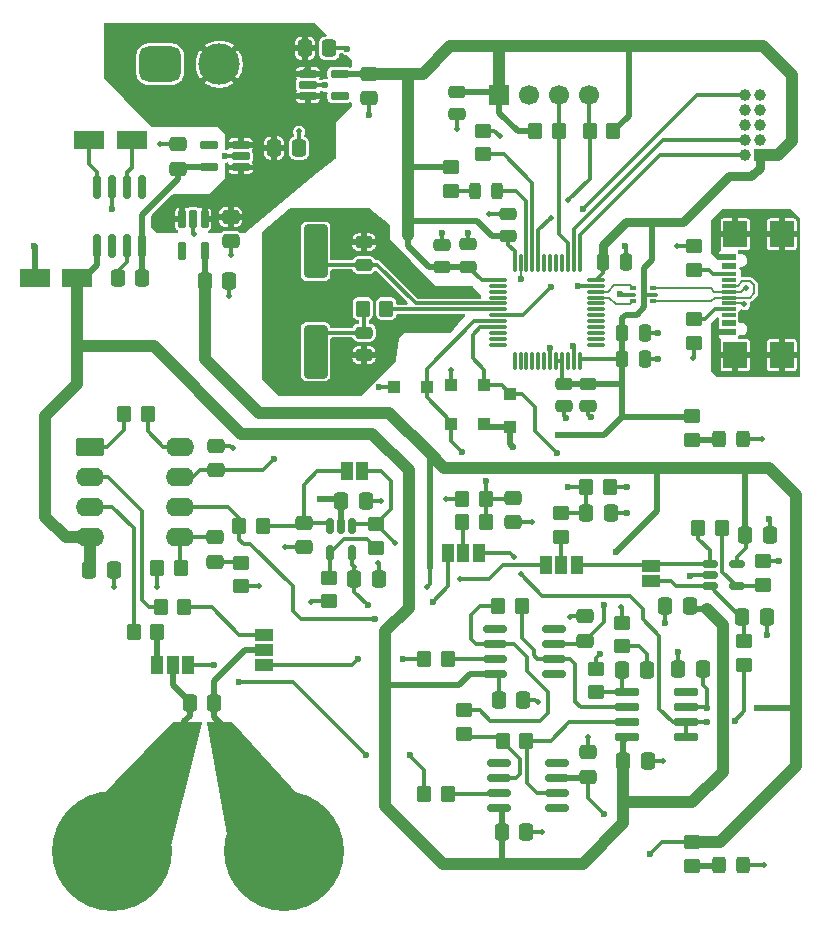
<source format=gbr>
%TF.GenerationSoftware,KiCad,Pcbnew,9.0.2*%
%TF.CreationDate,2025-11-12T20:00:32+01:00*%
%TF.ProjectId,precise_ammeter,70726563-6973-4655-9f61-6d6d65746572,rev?*%
%TF.SameCoordinates,Original*%
%TF.FileFunction,Copper,L1,Top*%
%TF.FilePolarity,Positive*%
%FSLAX46Y46*%
G04 Gerber Fmt 4.6, Leading zero omitted, Abs format (unit mm)*
G04 Created by KiCad (PCBNEW 9.0.2) date 2025-11-12 20:00:32*
%MOMM*%
%LPD*%
G01*
G04 APERTURE LIST*
G04 Aperture macros list*
%AMRoundRect*
0 Rectangle with rounded corners*
0 $1 Rounding radius*
0 $2 $3 $4 $5 $6 $7 $8 $9 X,Y pos of 4 corners*
0 Add a 4 corners polygon primitive as box body*
4,1,4,$2,$3,$4,$5,$6,$7,$8,$9,$2,$3,0*
0 Add four circle primitives for the rounded corners*
1,1,$1+$1,$2,$3*
1,1,$1+$1,$4,$5*
1,1,$1+$1,$6,$7*
1,1,$1+$1,$8,$9*
0 Add four rect primitives between the rounded corners*
20,1,$1+$1,$2,$3,$4,$5,0*
20,1,$1+$1,$4,$5,$6,$7,0*
20,1,$1+$1,$6,$7,$8,$9,0*
20,1,$1+$1,$8,$9,$2,$3,0*%
G04 Aperture macros list end*
%TA.AperFunction,SMDPad,CuDef*%
%ADD10RoundRect,0.250000X-0.750000X2.000000X-0.750000X-2.000000X0.750000X-2.000000X0.750000X2.000000X0*%
%TD*%
%TA.AperFunction,SMDPad,CuDef*%
%ADD11RoundRect,0.250000X-0.450000X0.350000X-0.450000X-0.350000X0.450000X-0.350000X0.450000X0.350000X0*%
%TD*%
%TA.AperFunction,SMDPad,CuDef*%
%ADD12RoundRect,0.250000X-0.337500X-0.475000X0.337500X-0.475000X0.337500X0.475000X-0.337500X0.475000X0*%
%TD*%
%TA.AperFunction,SMDPad,CuDef*%
%ADD13RoundRect,0.250000X0.475000X-0.337500X0.475000X0.337500X-0.475000X0.337500X-0.475000X-0.337500X0*%
%TD*%
%TA.AperFunction,SMDPad,CuDef*%
%ADD14RoundRect,0.250000X-0.475000X0.250000X-0.475000X-0.250000X0.475000X-0.250000X0.475000X0.250000X0*%
%TD*%
%TA.AperFunction,SMDPad,CuDef*%
%ADD15R,1.000000X1.500000*%
%TD*%
%TA.AperFunction,SMDPad,CuDef*%
%ADD16RoundRect,0.250000X0.300000X0.300000X-0.300000X0.300000X-0.300000X-0.300000X0.300000X-0.300000X0*%
%TD*%
%TA.AperFunction,SMDPad,CuDef*%
%ADD17RoundRect,0.250000X-0.350000X-0.450000X0.350000X-0.450000X0.350000X0.450000X-0.350000X0.450000X0*%
%TD*%
%TA.AperFunction,SMDPad,CuDef*%
%ADD18RoundRect,0.250000X1.050000X0.550000X-1.050000X0.550000X-1.050000X-0.550000X1.050000X-0.550000X0*%
%TD*%
%TA.AperFunction,SMDPad,CuDef*%
%ADD19RoundRect,0.250000X0.350000X0.450000X-0.350000X0.450000X-0.350000X-0.450000X0.350000X-0.450000X0*%
%TD*%
%TA.AperFunction,SMDPad,CuDef*%
%ADD20RoundRect,0.250000X-0.400000X-0.625000X0.400000X-0.625000X0.400000X0.625000X-0.400000X0.625000X0*%
%TD*%
%TA.AperFunction,SMDPad,CuDef*%
%ADD21RoundRect,0.150000X-0.150000X0.512500X-0.150000X-0.512500X0.150000X-0.512500X0.150000X0.512500X0*%
%TD*%
%TA.AperFunction,SMDPad,CuDef*%
%ADD22R,1.500000X1.000000*%
%TD*%
%TA.AperFunction,SMDPad,CuDef*%
%ADD23RoundRect,0.250000X0.475000X-0.250000X0.475000X0.250000X-0.475000X0.250000X-0.475000X-0.250000X0*%
%TD*%
%TA.AperFunction,SMDPad,CuDef*%
%ADD24RoundRect,0.250000X0.450000X-0.350000X0.450000X0.350000X-0.450000X0.350000X-0.450000X-0.350000X0*%
%TD*%
%TA.AperFunction,SMDPad,CuDef*%
%ADD25RoundRect,0.250000X0.325000X0.450000X-0.325000X0.450000X-0.325000X-0.450000X0.325000X-0.450000X0*%
%TD*%
%TA.AperFunction,SMDPad,CuDef*%
%ADD26RoundRect,0.250000X-0.250000X-0.475000X0.250000X-0.475000X0.250000X0.475000X-0.250000X0.475000X0*%
%TD*%
%TA.AperFunction,SMDPad,CuDef*%
%ADD27RoundRect,0.250000X-1.050000X-0.550000X1.050000X-0.550000X1.050000X0.550000X-1.050000X0.550000X0*%
%TD*%
%TA.AperFunction,SMDPad,CuDef*%
%ADD28RoundRect,0.250000X0.337500X0.475000X-0.337500X0.475000X-0.337500X-0.475000X0.337500X-0.475000X0*%
%TD*%
%TA.AperFunction,SMDPad,CuDef*%
%ADD29RoundRect,0.250000X-0.475000X0.337500X-0.475000X-0.337500X0.475000X-0.337500X0.475000X0.337500X0*%
%TD*%
%TA.AperFunction,SMDPad,CuDef*%
%ADD30RoundRect,0.150000X-0.150000X0.825000X-0.150000X-0.825000X0.150000X-0.825000X0.150000X0.825000X0*%
%TD*%
%TA.AperFunction,SMDPad,CuDef*%
%ADD31RoundRect,0.250000X0.300000X-0.300000X0.300000X0.300000X-0.300000X0.300000X-0.300000X-0.300000X0*%
%TD*%
%TA.AperFunction,ComponentPad*%
%ADD32C,10.160000*%
%TD*%
%TA.AperFunction,SMDPad,CuDef*%
%ADD33RoundRect,0.243750X0.243750X0.456250X-0.243750X0.456250X-0.243750X-0.456250X0.243750X-0.456250X0*%
%TD*%
%TA.AperFunction,SMDPad,CuDef*%
%ADD34RoundRect,0.075000X-0.910000X-0.225000X0.910000X-0.225000X0.910000X0.225000X-0.910000X0.225000X0*%
%TD*%
%TA.AperFunction,ComponentPad*%
%ADD35R,1.700000X1.700000*%
%TD*%
%TA.AperFunction,ComponentPad*%
%ADD36C,1.700000*%
%TD*%
%TA.AperFunction,SMDPad,CuDef*%
%ADD37R,1.150000X0.600000*%
%TD*%
%TA.AperFunction,SMDPad,CuDef*%
%ADD38R,1.150000X0.300000*%
%TD*%
%TA.AperFunction,SMDPad,CuDef*%
%ADD39R,2.000000X2.180000*%
%TD*%
%TA.AperFunction,ComponentPad*%
%ADD40RoundRect,0.250000X-0.950000X-0.550000X0.950000X-0.550000X0.950000X0.550000X-0.950000X0.550000X0*%
%TD*%
%TA.AperFunction,ComponentPad*%
%ADD41O,2.400000X1.600000*%
%TD*%
%TA.AperFunction,SMDPad,CuDef*%
%ADD42RoundRect,0.075000X-0.662500X-0.075000X0.662500X-0.075000X0.662500X0.075000X-0.662500X0.075000X0*%
%TD*%
%TA.AperFunction,SMDPad,CuDef*%
%ADD43RoundRect,0.075000X-0.075000X-0.662500X0.075000X-0.662500X0.075000X0.662500X-0.075000X0.662500X0*%
%TD*%
%TA.AperFunction,ComponentPad*%
%ADD44RoundRect,0.750000X-1.000000X-0.750000X1.000000X-0.750000X1.000000X0.750000X-1.000000X0.750000X0*%
%TD*%
%TA.AperFunction,ComponentPad*%
%ADD45C,3.500000*%
%TD*%
%TA.AperFunction,SMDPad,CuDef*%
%ADD46RoundRect,0.162500X-0.617500X-0.162500X0.617500X-0.162500X0.617500X0.162500X-0.617500X0.162500X0*%
%TD*%
%TA.AperFunction,SMDPad,CuDef*%
%ADD47RoundRect,0.162500X0.617500X0.162500X-0.617500X0.162500X-0.617500X-0.162500X0.617500X-0.162500X0*%
%TD*%
%TA.AperFunction,SMDPad,CuDef*%
%ADD48RoundRect,0.150000X-0.825000X-0.150000X0.825000X-0.150000X0.825000X0.150000X-0.825000X0.150000X0*%
%TD*%
%TA.AperFunction,SMDPad,CuDef*%
%ADD49RoundRect,0.162500X-0.162500X0.617500X-0.162500X-0.617500X0.162500X-0.617500X0.162500X0.617500X0*%
%TD*%
%TA.AperFunction,ComponentPad*%
%ADD50R,1.000000X1.000000*%
%TD*%
%TA.AperFunction,ComponentPad*%
%ADD51C,1.000000*%
%TD*%
%TA.AperFunction,SMDPad,CuDef*%
%ADD52RoundRect,0.150000X-0.512500X-0.150000X0.512500X-0.150000X0.512500X0.150000X-0.512500X0.150000X0*%
%TD*%
%TA.AperFunction,SMDPad,CuDef*%
%ADD53RoundRect,0.093750X-0.156250X-0.093750X0.156250X-0.093750X0.156250X0.093750X-0.156250X0.093750X0*%
%TD*%
%TA.AperFunction,SMDPad,CuDef*%
%ADD54RoundRect,0.075000X-0.250000X-0.075000X0.250000X-0.075000X0.250000X0.075000X-0.250000X0.075000X0*%
%TD*%
%TA.AperFunction,ViaPad*%
%ADD55C,0.600000*%
%TD*%
%TA.AperFunction,ViaPad*%
%ADD56C,0.500000*%
%TD*%
%TA.AperFunction,Conductor*%
%ADD57C,0.300000*%
%TD*%
%TA.AperFunction,Conductor*%
%ADD58C,0.500000*%
%TD*%
%TA.AperFunction,Conductor*%
%ADD59C,0.200000*%
%TD*%
%TA.AperFunction,Conductor*%
%ADD60C,1.000000*%
%TD*%
%TA.AperFunction,Conductor*%
%ADD61C,0.800000*%
%TD*%
G04 APERTURE END LIST*
D10*
%TO.P,Y1,1,1*%
%TO.N,Net-(U11-PF0)*%
X201200000Y-69532500D03*
%TO.P,Y1,2,2*%
%TO.N,Net-(C31-Pad1)*%
X201200000Y-78032500D03*
%TD*%
D11*
%TO.P,R5,1*%
%TO.N,+3V3*%
X212637500Y-62400000D03*
%TO.P,R5,2*%
%TO.N,Net-(D3-A)*%
X212637500Y-64400000D03*
%TD*%
D12*
%TO.P,C20,1*%
%TO.N,-5VA*%
X216975000Y-118700000D03*
%TO.P,C20,2*%
%TO.N,GND*%
X219050000Y-118700000D03*
%TD*%
D13*
%TO.P,C8,1*%
%TO.N,+5VA*%
X192790000Y-88067500D03*
%TO.P,C8,2*%
%TO.N,GND*%
X192790000Y-85992500D03*
%TD*%
D14*
%TO.P,C36,1*%
%TO.N,+3V3*%
X222200000Y-80750000D03*
%TO.P,C36,2*%
%TO.N,GND*%
X222200000Y-82650000D03*
%TD*%
D15*
%TO.P,JP1,1,A*%
%TO.N,/Curr_measurement/Frontend_1/Frontend_1_IN+*%
X187800000Y-104600000D03*
%TO.P,JP1,2,C*%
%TO.N,/Curr_measurement/IN+*%
X189100000Y-104600000D03*
%TO.P,JP1,3,B*%
%TO.N,/Curr_measurement/Frontend_2/Frontend_2_IN+*%
X190400000Y-104600000D03*
%TD*%
D16*
%TO.P,D5,1,K*%
%TO.N,/Stage_IO*%
X210600000Y-81000000D03*
%TO.P,D5,2,A*%
%TO.N,GND*%
X207800000Y-81000000D03*
%TD*%
D17*
%TO.P,R3,1*%
%TO.N,/Analog_IO*%
X224100000Y-89500000D03*
%TO.P,R3,2*%
%TO.N,GND*%
X226100000Y-89500000D03*
%TD*%
D18*
%TO.P,C24,1*%
%TO.N,Net-(U9-CAP+)*%
X185637500Y-60100000D03*
%TO.P,C24,2*%
%TO.N,Net-(U9-CAP-)*%
X182037500Y-60100000D03*
%TD*%
D19*
%TO.P,R7,1*%
%TO.N,/Curr_measurement/Frontend_1/Frontend_1_IN+*%
X187800000Y-101800000D03*
%TO.P,R7,2*%
%TO.N,Net-(U1-V+IN)*%
X185800000Y-101800000D03*
%TD*%
D17*
%TO.P,R24,1*%
%TO.N,Net-(U6--)*%
X216675000Y-99600000D03*
%TO.P,R24,2*%
%TO.N,Net-(U4-IN-)*%
X218675000Y-99600000D03*
%TD*%
D20*
%TO.P,R_SENSE1,1*%
%TO.N,/Curr_measurement/IN+*%
X190100000Y-110500000D03*
%TO.P,R_SENSE1,2*%
%TO.N,/Curr_measurement/IN-*%
X193200000Y-110500000D03*
%TD*%
D12*
%TO.P,C25,1*%
%TO.N,VBUS*%
X197700000Y-60800000D03*
%TO.P,C25,2*%
%TO.N,GND*%
X199775000Y-60800000D03*
%TD*%
D13*
%TO.P,C26,1*%
%TO.N,+5V_U9*%
X189575000Y-62537500D03*
%TO.P,C26,2*%
%TO.N,GND*%
X189575000Y-60462500D03*
%TD*%
D21*
%TO.P,U2,1*%
%TO.N,/Curr_measurement/Frontend_1/Frontend_1_OUT*%
X204306250Y-92830000D03*
%TO.P,U2,2,V-*%
%TO.N,-5VA*%
X203356250Y-92830000D03*
%TO.P,U2,3,+*%
%TO.N,Net-(JP5-A)*%
X202406250Y-92830000D03*
%TO.P,U2,4,-*%
%TO.N,Net-(U2--)*%
X202406250Y-95105000D03*
%TO.P,U2,5,V+*%
%TO.N,+5VA*%
X204306250Y-95105000D03*
%TD*%
D22*
%TO.P,JP2,1,A*%
%TO.N,/Curr_measurement/Frontend_1/Frontend_1_IN-*%
X196800000Y-102000000D03*
%TO.P,JP2,2,C*%
%TO.N,/Curr_measurement/IN-*%
X196800000Y-103300000D03*
%TO.P,JP2,3,B*%
%TO.N,/Curr_measurement/Frontend_2/Frontend_2_IN-*%
X196800000Y-104600000D03*
%TD*%
D23*
%TO.P,C30,1*%
%TO.N,+3V3*%
X211937500Y-70900000D03*
%TO.P,C30,2*%
%TO.N,GND*%
X211937500Y-69000000D03*
%TD*%
D24*
%TO.P,R12,1*%
%TO.N,Net-(U2--)*%
X206356250Y-94667500D03*
%TO.P,R12,2*%
%TO.N,/Curr_measurement/Frontend_1/Frontend_1_OUT*%
X206356250Y-92667500D03*
%TD*%
D25*
%TO.P,D1,1,K*%
%TO.N,GND*%
X237400000Y-121500000D03*
%TO.P,D1,2,A*%
%TO.N,Net-(D1-A)*%
X235350000Y-121500000D03*
%TD*%
D17*
%TO.P,R31,1*%
%TO.N,/MCU/SDA*%
X224400000Y-59400000D03*
%TO.P,R31,2*%
%TO.N,+3V3*%
X226400000Y-59400000D03*
%TD*%
D12*
%TO.P,C7,1*%
%TO.N,-5VA*%
X182015000Y-96530000D03*
%TO.P,C7,2*%
%TO.N,GND*%
X184090000Y-96530000D03*
%TD*%
D15*
%TO.P,JP3,1,A*%
%TO.N,/Curr_measurement/Frontend_2/Frontend_2_OUT*%
X223300000Y-96100000D03*
%TO.P,JP3,2,C*%
%TO.N,Net-(JP3-C)*%
X222000000Y-96100000D03*
%TO.P,JP3,3,B*%
%TO.N,/Curr_measurement/Frontend_1/Frontend_1_OUT*%
X220700000Y-96100000D03*
%TD*%
D12*
%TO.P,C13,1*%
%TO.N,+5VA*%
X237562500Y-93600000D03*
%TO.P,C13,2*%
%TO.N,GND*%
X239637500Y-93600000D03*
%TD*%
D23*
%TO.P,C38,1*%
%TO.N,+3V3*%
X214137500Y-70850000D03*
%TO.P,C38,2*%
%TO.N,GND*%
X214137500Y-68950000D03*
%TD*%
D26*
%TO.P,C37,1*%
%TO.N,+3V3*%
X227150000Y-76500000D03*
%TO.P,C37,2*%
%TO.N,GND*%
X229050000Y-76500000D03*
%TD*%
D12*
%TO.P,C14,1*%
%TO.N,Net-(JP6-A)*%
X237325000Y-100500000D03*
%TO.P,C14,2*%
%TO.N,GND*%
X239400000Y-100500000D03*
%TD*%
D27*
%TO.P,C27,1*%
%TO.N,GND*%
X177437500Y-71800000D03*
%TO.P,C27,2*%
%TO.N,-5VA*%
X181037500Y-71800000D03*
%TD*%
D26*
%TO.P,C32,1*%
%TO.N,+3V3*%
X227150000Y-78700000D03*
%TO.P,C32,2*%
%TO.N,GND*%
X229050000Y-78700000D03*
%TD*%
D13*
%TO.P,C19,1*%
%TO.N,+5VA*%
X224250000Y-114037500D03*
%TO.P,C19,2*%
%TO.N,GND*%
X224250000Y-111962500D03*
%TD*%
D17*
%TO.P,R19,1*%
%TO.N,/Curr_measurement/Frontend_2/Frontend_2_IN-*%
X210400000Y-104090000D03*
%TO.P,R19,2*%
%TO.N,Net-(U6-+)*%
X212400000Y-104090000D03*
%TD*%
D28*
%TO.P,C28,1*%
%TO.N,+5V_U9*%
X186537500Y-71800000D03*
%TO.P,C28,2*%
%TO.N,Net-(U9-OSC)*%
X184462500Y-71800000D03*
%TD*%
D29*
%TO.P,C5,1*%
%TO.N,+3V3*%
X205725000Y-54512500D03*
%TO.P,C5,2*%
%TO.N,GND*%
X205725000Y-56587500D03*
%TD*%
D24*
%TO.P,R21,1*%
%TO.N,Net-(C17-Pad2)*%
X227125000Y-102995000D03*
%TO.P,R21,2*%
%TO.N,GND*%
X227125000Y-100995000D03*
%TD*%
D16*
%TO.P,D4,1,K*%
%TO.N,+3V3*%
X215500000Y-84200000D03*
%TO.P,D4,2,A*%
%TO.N,/Stage_IO*%
X212700000Y-84200000D03*
%TD*%
D12*
%TO.P,C11,1*%
%TO.N,-5VA*%
X203381250Y-90667500D03*
%TO.P,C11,2*%
%TO.N,GND*%
X205456250Y-90667500D03*
%TD*%
D11*
%TO.P,R29,1*%
%TO.N,Net-(J3-CC1)*%
X233200000Y-75300000D03*
%TO.P,R29,2*%
%TO.N,GND*%
X233200000Y-77300000D03*
%TD*%
D19*
%TO.P,R30,1*%
%TO.N,/MCU/SCL*%
X221800000Y-59400000D03*
%TO.P,R30,2*%
%TO.N,+3V3*%
X219800000Y-59400000D03*
%TD*%
D12*
%TO.P,C10,1*%
%TO.N,+5VA*%
X204481250Y-97267500D03*
%TO.P,C10,2*%
%TO.N,GND*%
X206556250Y-97267500D03*
%TD*%
%TO.P,C2,1*%
%TO.N,/Curr_measurement/IN+*%
X190537500Y-107800000D03*
%TO.P,C2,2*%
%TO.N,/Curr_measurement/IN-*%
X192612500Y-107800000D03*
%TD*%
D29*
%TO.P,C6,1*%
%TO.N,Net-(U1-REF)*%
X192700000Y-93762500D03*
%TO.P,C6,2*%
%TO.N,Net-(C6-Pad2)*%
X192700000Y-95837500D03*
%TD*%
D24*
%TO.P,R22,1*%
%TO.N,Net-(U5--)*%
X213800000Y-110400000D03*
%TO.P,R22,2*%
%TO.N,Net-(U6--)*%
X213800000Y-108400000D03*
%TD*%
D28*
%TO.P,C16,1*%
%TO.N,+5VA*%
X233965000Y-104890000D03*
%TO.P,C16,2*%
%TO.N,GND*%
X231890000Y-104890000D03*
%TD*%
D11*
%TO.P,R10,1*%
%TO.N,Net-(C6-Pad2)*%
X194900000Y-95900000D03*
%TO.P,R10,2*%
%TO.N,GND*%
X194900000Y-97900000D03*
%TD*%
D30*
%TO.P,U9,1,NC*%
%TO.N,unconnected-(U9-NC-Pad1)*%
X186542500Y-64125000D03*
%TO.P,U9,2,CAP+*%
%TO.N,Net-(U9-CAP+)*%
X185272500Y-64125000D03*
%TO.P,U9,3,GND*%
%TO.N,GND*%
X184002500Y-64125000D03*
%TO.P,U9,4,CAP-*%
%TO.N,Net-(U9-CAP-)*%
X182732500Y-64125000D03*
%TO.P,U9,5,VOUT*%
%TO.N,-5VA*%
X182732500Y-69075000D03*
%TO.P,U9,6,LV*%
%TO.N,unconnected-(U9-LV-Pad6)*%
X184002500Y-69075000D03*
%TO.P,U9,7,OSC*%
%TO.N,Net-(U9-OSC)*%
X185272500Y-69075000D03*
%TO.P,U9,8,V+*%
%TO.N,+5V_U9*%
X186542500Y-69075000D03*
%TD*%
D31*
%TO.P,D6,1,K*%
%TO.N,+3V3*%
X217700000Y-84400000D03*
%TO.P,D6,2,A*%
%TO.N,/Analog_IO*%
X217700000Y-81600000D03*
%TD*%
D32*
%TO.P,J2,1,Pin_1*%
%TO.N,/Curr_measurement/IN-*%
X198500000Y-120300000D03*
%TD*%
D12*
%TO.P,C15,1*%
%TO.N,-5VA*%
X227250000Y-112695000D03*
%TO.P,C15,2*%
%TO.N,GND*%
X229325000Y-112695000D03*
%TD*%
D28*
%TO.P,C12,1*%
%TO.N,-5VA*%
X232900000Y-99600000D03*
%TO.P,C12,2*%
%TO.N,GND*%
X230825000Y-99600000D03*
%TD*%
D24*
%TO.P,R20,1*%
%TO.N,Net-(U4-REF)*%
X224925000Y-106895000D03*
%TO.P,R20,2*%
%TO.N,GND*%
X224925000Y-104895000D03*
%TD*%
D19*
%TO.P,R4,1*%
%TO.N,/Stage_IO*%
X215600000Y-92500000D03*
%TO.P,R4,2*%
%TO.N,Net-(JP4-C)*%
X213600000Y-92500000D03*
%TD*%
D12*
%TO.P,C18,1*%
%TO.N,-5VA*%
X216700000Y-107500000D03*
%TO.P,C18,2*%
%TO.N,GND*%
X218775000Y-107500000D03*
%TD*%
D17*
%TO.P,R8,1*%
%TO.N,Net-(R8-Pad1)*%
X184990000Y-83330000D03*
%TO.P,R8,2*%
%TO.N,Net-(R8-Pad2)*%
X186990000Y-83330000D03*
%TD*%
D23*
%TO.P,C29,1*%
%TO.N,Net-(U11-PF0)*%
X205300000Y-70682500D03*
%TO.P,C29,2*%
%TO.N,GND*%
X205300000Y-68782500D03*
%TD*%
D15*
%TO.P,JP4,1,A*%
%TO.N,/Curr_measurement/Frontend_2/Stage1_out_2*%
X215000000Y-95100000D03*
%TO.P,JP4,2,C*%
%TO.N,Net-(JP4-C)*%
X213700000Y-95100000D03*
%TO.P,JP4,3,B*%
%TO.N,/Curr_measurement/Frontend_1/Stage1_out_1*%
X212400000Y-95100000D03*
%TD*%
D19*
%TO.P,R16,1*%
%TO.N,/Stage_IO*%
X215600000Y-90500000D03*
%TO.P,R16,2*%
%TO.N,GND*%
X213600000Y-90500000D03*
%TD*%
D33*
%TO.P,D3,1,K*%
%TO.N,Net-(D3-K)*%
X216537500Y-64400000D03*
%TO.P,D3,2,A*%
%TO.N,Net-(D3-A)*%
X214662500Y-64400000D03*
%TD*%
D34*
%TO.P,U4,1,REF*%
%TO.N,Net-(U4-REF)*%
X227585000Y-106895000D03*
%TO.P,U4,2,IN-*%
%TO.N,Net-(U4-IN-)*%
X227585000Y-108165000D03*
%TO.P,U4,3,IN+*%
%TO.N,Net-(U4-IN+)*%
X227585000Y-109435000D03*
%TO.P,U4,4,V-*%
%TO.N,-5VA*%
X227585000Y-110705000D03*
%TO.P,U4,5,SENSE*%
%TO.N,/Curr_measurement/Frontend_2/Stage1_out_2*%
X232525000Y-110705000D03*
%TO.P,U4,6,OUT*%
X232525000Y-109435000D03*
%TO.P,U4,7,V+*%
%TO.N,+5VA*%
X232525000Y-108165000D03*
%TO.P,U4,8,NC*%
%TO.N,unconnected-(U4-NC-Pad8)*%
X232525000Y-106895000D03*
%TD*%
D26*
%TO.P,C34,1*%
%TO.N,+3V3*%
X225550000Y-70410000D03*
%TO.P,C34,2*%
%TO.N,GND*%
X227450000Y-70410000D03*
%TD*%
D14*
%TO.P,C35,1*%
%TO.N,+3V3*%
X224300000Y-80750000D03*
%TO.P,C35,2*%
%TO.N,GND*%
X224300000Y-82650000D03*
%TD*%
D19*
%TO.P,R15,1*%
%TO.N,Net-(U3--)*%
X235600000Y-92950000D03*
%TO.P,R15,2*%
%TO.N,/Curr_measurement/Frontend_2/Frontend_2_OUT*%
X233600000Y-92950000D03*
%TD*%
D16*
%TO.P,D7,1,K*%
%TO.N,/Analog_IO*%
X215500000Y-80900000D03*
%TO.P,D7,2,A*%
%TO.N,GND*%
X212700000Y-80900000D03*
%TD*%
D17*
%TO.P,R23,1*%
%TO.N,Net-(U5--)*%
X217050000Y-111000000D03*
%TO.P,R23,2*%
%TO.N,Net-(U4-IN+)*%
X219050000Y-111000000D03*
%TD*%
D11*
%TO.P,R1,1*%
%TO.N,GND*%
X215337500Y-59340000D03*
%TO.P,R1,2*%
%TO.N,/MCU/BOOT0*%
X215337500Y-61340000D03*
%TD*%
D29*
%TO.P,C9,1*%
%TO.N,Net-(JP5-A)*%
X200206250Y-92530000D03*
%TO.P,C9,2*%
%TO.N,GND*%
X200206250Y-94605000D03*
%TD*%
D35*
%TO.P,J6,1,Pin_1*%
%TO.N,+3V3*%
X216760000Y-56300000D03*
D36*
%TO.P,J6,2,Pin_2*%
%TO.N,GND*%
X219300000Y-56300000D03*
%TO.P,J6,3,Pin_3*%
%TO.N,/MCU/SCL*%
X221840000Y-56300000D03*
%TO.P,J6,4,Pin_4*%
%TO.N,/MCU/SDA*%
X224380000Y-56300000D03*
%TD*%
D37*
%TO.P,J3,A1/B12,GND*%
%TO.N,GND*%
X236162500Y-76410000D03*
%TO.P,J3,A4/B9,VBUS*%
%TO.N,unconnected-(J3-VBUS-PadA4{slash}B9)*%
X236162500Y-75610000D03*
D38*
%TO.P,J3,A5,CC1*%
%TO.N,Net-(J3-CC1)*%
X236162500Y-74460000D03*
%TO.P,J3,A6,DP1*%
%TO.N,/MCU/USB_D_P*%
X236162500Y-73460000D03*
%TO.P,J3,A7,DN1*%
%TO.N,/MCU/USB_D_N*%
X236162500Y-72960000D03*
%TO.P,J3,A8,SBU1*%
%TO.N,unconnected-(J3-SBU1-PadA8)*%
X236162500Y-71960000D03*
D37*
%TO.P,J3,B1/A12,GND*%
%TO.N,GND*%
X236162500Y-70010000D03*
%TO.P,J3,B4/A9,VBUS*%
%TO.N,unconnected-(J3-VBUS-PadB4{slash}A9)*%
X236162500Y-70810000D03*
D38*
%TO.P,J3,B5,CC2*%
%TO.N,Net-(J3-CC2)*%
X236162500Y-71460000D03*
%TO.P,J3,B6,DP2*%
%TO.N,/MCU/USB_D_P*%
X236162500Y-72460000D03*
%TO.P,J3,B7,DN2*%
%TO.N,/MCU/USB_D_N*%
X236162500Y-73960000D03*
%TO.P,J3,B8,SBU2*%
%TO.N,unconnected-(J3-SBU2-PadB8)*%
X236162500Y-74960000D03*
D39*
%TO.P,J3,S1,GND*%
%TO.N,GND*%
X236737500Y-78320000D03*
%TO.P,J3,S2,GND*%
X236737500Y-68100000D03*
%TO.P,J3,S3,GND*%
X240667500Y-78320000D03*
%TO.P,J3,S4,GND*%
X240667500Y-68100000D03*
%TD*%
D23*
%TO.P,C33,1*%
%TO.N,+3V3*%
X217500000Y-68250000D03*
%TO.P,C33,2*%
%TO.N,GND*%
X217500000Y-66350000D03*
%TD*%
D40*
%TO.P,U1,1,RG*%
%TO.N,Net-(R8-Pad1)*%
X182080000Y-86120000D03*
D41*
%TO.P,U1,2,V-IN*%
%TO.N,Net-(U1-V-IN)*%
X182080000Y-88660000D03*
%TO.P,U1,3,V+IN*%
%TO.N,Net-(U1-V+IN)*%
X182080000Y-91200000D03*
%TO.P,U1,4,V-*%
%TO.N,-5VA*%
X182080000Y-93740000D03*
%TO.P,U1,5,REF*%
%TO.N,Net-(U1-REF)*%
X189700000Y-93740000D03*
%TO.P,U1,6,VO*%
%TO.N,/Curr_measurement/Frontend_1/Stage1_out_1*%
X189700000Y-91200000D03*
%TO.P,U1,7,V+*%
%TO.N,+5VA*%
X189700000Y-88660000D03*
%TO.P,U1,8,RG*%
%TO.N,Net-(R8-Pad2)*%
X189700000Y-86120000D03*
%TD*%
D42*
%TO.P,U11,1,VBAT*%
%TO.N,+3V3*%
X216637500Y-71960000D03*
%TO.P,U11,2,PC13*%
%TO.N,unconnected-(U11-PC13-Pad2)*%
X216637500Y-72460000D03*
%TO.P,U11,3,PC14*%
%TO.N,unconnected-(U11-PC14-Pad3)*%
X216637500Y-72960000D03*
%TO.P,U11,4,PC15*%
%TO.N,unconnected-(U11-PC15-Pad4)*%
X216637500Y-73460000D03*
%TO.P,U11,5,PF0*%
%TO.N,Net-(U11-PF0)*%
X216637500Y-73960000D03*
%TO.P,U11,6,PF1*%
%TO.N,Net-(U11-PF1)*%
X216637500Y-74460000D03*
%TO.P,U11,7,PG10*%
%TO.N,/MCU/NRST*%
X216637500Y-74960000D03*
%TO.P,U11,8,PA0*%
%TO.N,/Stage_IO*%
X216637500Y-75460000D03*
%TO.P,U11,9,PA1*%
%TO.N,/Analog_IO*%
X216637500Y-75960000D03*
%TO.P,U11,10,PA2*%
%TO.N,unconnected-(U11-PA2-Pad10)*%
X216637500Y-76460000D03*
%TO.P,U11,11,PA3*%
%TO.N,unconnected-(U11-PA3-Pad11)*%
X216637500Y-76960000D03*
%TO.P,U11,12,PA4*%
%TO.N,unconnected-(U11-PA4-Pad12)*%
X216637500Y-77460000D03*
D43*
%TO.P,U11,13,PA5*%
%TO.N,unconnected-(U11-PA5-Pad13)*%
X218050000Y-78872500D03*
%TO.P,U11,14,PA6*%
%TO.N,unconnected-(U11-PA6-Pad14)*%
X218550000Y-78872500D03*
%TO.P,U11,15,PA7*%
%TO.N,unconnected-(U11-PA7-Pad15)*%
X219050000Y-78872500D03*
%TO.P,U11,16,PB0*%
%TO.N,unconnected-(U11-PB0-Pad16)*%
X219550000Y-78872500D03*
%TO.P,U11,17,PB1*%
%TO.N,unconnected-(U11-PB1-Pad17)*%
X220050000Y-78872500D03*
%TO.P,U11,18,PB2*%
%TO.N,unconnected-(U11-PB2-Pad18)*%
X220550000Y-78872500D03*
%TO.P,U11,19,VSSA*%
%TO.N,GND*%
X221050000Y-78872500D03*
%TO.P,U11,20,VREF+*%
%TO.N,+3V3*%
X221550000Y-78872500D03*
%TO.P,U11,21,VDDA*%
X222050000Y-78872500D03*
%TO.P,U11,22,PB10*%
%TO.N,unconnected-(U11-PB10-Pad22)*%
X222550000Y-78872500D03*
%TO.P,U11,23,VSS*%
%TO.N,GND*%
X223050000Y-78872500D03*
%TO.P,U11,24,VDD*%
%TO.N,+3V3*%
X223550000Y-78872500D03*
D42*
%TO.P,U11,25,PB11*%
%TO.N,unconnected-(U11-PB11-Pad25)*%
X224962500Y-77460000D03*
%TO.P,U11,26,PB12*%
%TO.N,unconnected-(U11-PB12-Pad26)*%
X224962500Y-76960000D03*
%TO.P,U11,27,PB13*%
%TO.N,unconnected-(U11-PB13-Pad27)*%
X224962500Y-76460000D03*
%TO.P,U11,28,PB14*%
%TO.N,unconnected-(U11-PB14-Pad28)*%
X224962500Y-75960000D03*
%TO.P,U11,29,PB15*%
%TO.N,unconnected-(U11-PB15-Pad29)*%
X224962500Y-75460000D03*
%TO.P,U11,30,PA8*%
%TO.N,unconnected-(U11-PA8-Pad30)*%
X224962500Y-74960000D03*
%TO.P,U11,31,PA9*%
%TO.N,unconnected-(U11-PA9-Pad31)*%
X224962500Y-74460000D03*
%TO.P,U11,32,PA10*%
%TO.N,unconnected-(U11-PA10-Pad32)*%
X224962500Y-73960000D03*
%TO.P,U11,33,PA11*%
%TO.N,Net-(U11-PA11)*%
X224962500Y-73460000D03*
%TO.P,U11,34,PA12*%
%TO.N,Net-(U11-PA12)*%
X224962500Y-72960000D03*
%TO.P,U11,35,VSS*%
%TO.N,GND*%
X224962500Y-72460000D03*
%TO.P,U11,36,VDD*%
%TO.N,+3V3*%
X224962500Y-71960000D03*
D43*
%TO.P,U11,37,PA13*%
%TO.N,/MCU/SWDIO*%
X223550000Y-70547500D03*
%TO.P,U11,38,PA14*%
%TO.N,/MCU/SWCLK*%
X223050000Y-70547500D03*
%TO.P,U11,39,PA15*%
%TO.N,/MCU/SCL*%
X222550000Y-70547500D03*
%TO.P,U11,40,PB3*%
%TO.N,unconnected-(U11-PB3-Pad40)*%
X222050000Y-70547500D03*
%TO.P,U11,41,PB4*%
%TO.N,unconnected-(U11-PB4-Pad41)*%
X221550000Y-70547500D03*
%TO.P,U11,42,PB5*%
%TO.N,unconnected-(U11-PB5-Pad42)*%
X221050000Y-70547500D03*
%TO.P,U11,43,PB6*%
%TO.N,unconnected-(U11-PB6-Pad43)*%
X220550000Y-70547500D03*
%TO.P,U11,44,PB7*%
%TO.N,/MCU/SDA*%
X220050000Y-70547500D03*
%TO.P,U11,45,PB8*%
%TO.N,/MCU/BOOT0*%
X219550000Y-70547500D03*
%TO.P,U11,46,PB9*%
%TO.N,Net-(D3-K)*%
X219050000Y-70547500D03*
%TO.P,U11,47,VSS*%
%TO.N,GND*%
X218550000Y-70547500D03*
%TO.P,U11,48,VDD*%
%TO.N,+3V3*%
X218050000Y-70547500D03*
%TD*%
D44*
%TO.P,J5,1,Pin_1*%
%TO.N,GND*%
X188037500Y-53700000D03*
D45*
%TO.P,J5,2,Pin_2*%
%TO.N,VBUS*%
X193037500Y-53700000D03*
%TD*%
D12*
%TO.P,C1,1*%
%TO.N,VBUS*%
X200287500Y-52350000D03*
%TO.P,C1,2*%
%TO.N,GND*%
X202362500Y-52350000D03*
%TD*%
D14*
%TO.P,C31,1*%
%TO.N,Net-(C31-Pad1)*%
X205300000Y-76432500D03*
%TO.P,C31,2*%
%TO.N,GND*%
X205300000Y-78332500D03*
%TD*%
D46*
%TO.P,U7,1,Vin*%
%TO.N,VBUS*%
X200537500Y-54500000D03*
%TO.P,U7,2,GND*%
%TO.N,GND*%
X200537500Y-55450000D03*
%TO.P,U7,3,EN*%
%TO.N,VBUS*%
X200537500Y-56400000D03*
%TO.P,U7,4,NC*%
%TO.N,unconnected-(U7-NC-Pad4)*%
X203237500Y-56400000D03*
%TO.P,U7,5,Vout*%
%TO.N,+3V3*%
X203237500Y-54500000D03*
%TD*%
D11*
%TO.P,R27,1*%
%TO.N,+5VA*%
X233100000Y-119575000D03*
%TO.P,R27,2*%
%TO.N,Net-(D1-A)*%
X233100000Y-121575000D03*
%TD*%
D47*
%TO.P,U10,1,Vin*%
%TO.N,VBUS*%
X194850000Y-62450000D03*
%TO.P,U10,2,GND*%
%TO.N,GND*%
X194850000Y-61500000D03*
%TO.P,U10,3,EN*%
%TO.N,VBUS*%
X194850000Y-60550000D03*
%TO.P,U10,4,NC*%
%TO.N,unconnected-(U10-NC-Pad4)*%
X192150000Y-60550000D03*
%TO.P,U10,5,Vout*%
%TO.N,+5V_U9*%
X192150000Y-62450000D03*
%TD*%
D11*
%TO.P,R2,1*%
%TO.N,/Analog_IO*%
X222000000Y-91700000D03*
%TO.P,R2,2*%
%TO.N,Net-(JP3-C)*%
X222000000Y-93700000D03*
%TD*%
D48*
%TO.P,U5,1,NC*%
%TO.N,unconnected-(U5-NC-Pad1)*%
X216700000Y-112895000D03*
%TO.P,U5,2,-*%
%TO.N,Net-(U5--)*%
X216700000Y-114165000D03*
%TO.P,U5,3,+*%
%TO.N,Net-(U5-+)*%
X216700000Y-115435000D03*
%TO.P,U5,4,V-*%
%TO.N,-5VA*%
X216700000Y-116705000D03*
%TO.P,U5,5,NC*%
%TO.N,unconnected-(U5-NC-Pad5)*%
X221650000Y-116705000D03*
%TO.P,U5,6*%
%TO.N,Net-(U4-IN+)*%
X221650000Y-115435000D03*
%TO.P,U5,7,V+*%
%TO.N,+5VA*%
X221650000Y-114165000D03*
%TO.P,U5,8,NC*%
%TO.N,unconnected-(U5-NC-Pad8)*%
X221650000Y-112895000D03*
%TD*%
D14*
%TO.P,C40,1*%
%TO.N,+3V3*%
X213200000Y-56050000D03*
%TO.P,C40,2*%
%TO.N,GND*%
X213200000Y-57950000D03*
%TD*%
D19*
%TO.P,R9,1*%
%TO.N,Net-(U1-REF)*%
X189790000Y-96330000D03*
%TO.P,R9,2*%
%TO.N,GND*%
X187790000Y-96330000D03*
%TD*%
D11*
%TO.P,R26,1*%
%TO.N,+3V3*%
X233100000Y-83500000D03*
%TO.P,R26,2*%
%TO.N,Net-(D2-A)*%
X233100000Y-85500000D03*
%TD*%
D15*
%TO.P,JP5,1,A*%
%TO.N,Net-(JP5-A)*%
X203856250Y-88167500D03*
%TO.P,JP5,2,B*%
%TO.N,/Curr_measurement/Frontend_1/Frontend_1_OUT*%
X205156250Y-88167500D03*
%TD*%
D48*
%TO.P,U6,1,NC*%
%TO.N,unconnected-(U6-NC-Pad1)*%
X216425000Y-101495000D03*
%TO.P,U6,2,-*%
%TO.N,Net-(U6--)*%
X216425000Y-102765000D03*
%TO.P,U6,3,+*%
%TO.N,Net-(U6-+)*%
X216425000Y-104035000D03*
%TO.P,U6,4,V-*%
%TO.N,-5VA*%
X216425000Y-105305000D03*
%TO.P,U6,5,NC*%
%TO.N,unconnected-(U6-NC-Pad5)*%
X221375000Y-105305000D03*
%TO.P,U6,6*%
%TO.N,Net-(U4-IN-)*%
X221375000Y-104035000D03*
%TO.P,U6,7,V+*%
%TO.N,+5VA*%
X221375000Y-102765000D03*
%TO.P,U6,8,NC*%
%TO.N,unconnected-(U6-NC-Pad8)*%
X221375000Y-101495000D03*
%TD*%
D29*
%TO.P,C4,1*%
%TO.N,/Stage_IO*%
X217900000Y-90425000D03*
%TO.P,C4,2*%
%TO.N,GND*%
X217900000Y-92500000D03*
%TD*%
D49*
%TO.P,U8,1,Vin*%
%TO.N,VBUS*%
X191800000Y-66800000D03*
%TO.P,U8,2,GND*%
%TO.N,GND*%
X190850000Y-66800000D03*
%TO.P,U8,3,EN*%
%TO.N,VBUS*%
X189900000Y-66800000D03*
%TO.P,U8,4,NC*%
%TO.N,unconnected-(U8-NC-Pad4)*%
X189900000Y-69500000D03*
%TO.P,U8,5,Vout*%
%TO.N,+5VA*%
X191800000Y-69500000D03*
%TD*%
D13*
%TO.P,C21,1*%
%TO.N,+5VA*%
X223975000Y-102537500D03*
%TO.P,C21,2*%
%TO.N,GND*%
X223975000Y-100462500D03*
%TD*%
D22*
%TO.P,JP6,1,A*%
%TO.N,Net-(JP6-A)*%
X229625000Y-97500000D03*
%TO.P,JP6,2,B*%
%TO.N,/Curr_measurement/Frontend_2/Frontend_2_OUT*%
X229625000Y-96200000D03*
%TD*%
D32*
%TO.P,J1,1,Pin_1*%
%TO.N,/Curr_measurement/IN+*%
X184000000Y-120300000D03*
%TD*%
D17*
%TO.P,R18,1*%
%TO.N,/Curr_measurement/Frontend_2/Frontend_2_IN+*%
X210400000Y-115500000D03*
%TO.P,R18,2*%
%TO.N,Net-(U5-+)*%
X212400000Y-115500000D03*
%TD*%
D11*
%TO.P,R14,1*%
%TO.N,GND*%
X239100000Y-95800000D03*
%TO.P,R14,2*%
%TO.N,Net-(U3--)*%
X239100000Y-97800000D03*
%TD*%
D12*
%TO.P,C3,1*%
%TO.N,/Analog_IO*%
X224125000Y-91700000D03*
%TO.P,C3,2*%
%TO.N,GND*%
X226200000Y-91700000D03*
%TD*%
D17*
%TO.P,R11,1*%
%TO.N,/Curr_measurement/Frontend_1/Stage1_out_1*%
X194756250Y-92767500D03*
%TO.P,R11,2*%
%TO.N,Net-(JP5-A)*%
X196756250Y-92767500D03*
%TD*%
D24*
%TO.P,R17,1*%
%TO.N,/Curr_measurement/Frontend_2/Stage1_out_2*%
X237500000Y-104550000D03*
%TO.P,R17,2*%
%TO.N,Net-(JP6-A)*%
X237500000Y-102550000D03*
%TD*%
D50*
%TO.P,J4,1,VTref*%
%TO.N,+3V3*%
X238800000Y-61370000D03*
D51*
%TO.P,J4,2,SWDIO/TMS*%
%TO.N,/MCU/SWDIO*%
X237530000Y-61370000D03*
%TO.P,J4,3,GND*%
%TO.N,GND*%
X238800000Y-60100000D03*
%TO.P,J4,4,SWCLK/TCK*%
%TO.N,/MCU/SWCLK*%
X237530000Y-60100000D03*
%TO.P,J4,5,GND*%
%TO.N,GND*%
X238800000Y-58830000D03*
%TO.P,J4,6,SWO/TDO*%
%TO.N,unconnected-(J4-SWO{slash}TDO-Pad6)*%
X237530000Y-58830000D03*
%TO.P,J4,7,KEY*%
%TO.N,unconnected-(J4-KEY-Pad7)*%
X238800000Y-57560000D03*
%TO.P,J4,8,NC/TDI*%
%TO.N,unconnected-(J4-NC{slash}TDI-Pad8)*%
X237530000Y-57560000D03*
%TO.P,J4,9,GNDDetect*%
%TO.N,GND*%
X238800000Y-56290000D03*
%TO.P,J4,10,~{RESET}*%
%TO.N,/MCU/NRST*%
X237530000Y-56290000D03*
%TD*%
D24*
%TO.P,R13,1*%
%TO.N,GND*%
X202356250Y-99167500D03*
%TO.P,R13,2*%
%TO.N,Net-(U2--)*%
X202356250Y-97167500D03*
%TD*%
D19*
%TO.P,R6,1*%
%TO.N,/Curr_measurement/Frontend_1/Frontend_1_IN-*%
X190100000Y-99700000D03*
%TO.P,R6,2*%
%TO.N,Net-(U1-V-IN)*%
X188100000Y-99700000D03*
%TD*%
D24*
%TO.P,R28,1*%
%TO.N,Net-(J3-CC2)*%
X233200000Y-71100000D03*
%TO.P,R28,2*%
%TO.N,GND*%
X233200000Y-69100000D03*
%TD*%
D52*
%TO.P,U3,1*%
%TO.N,/Curr_measurement/Frontend_2/Frontend_2_OUT*%
X234562500Y-96000000D03*
%TO.P,U3,2,V-*%
%TO.N,-5VA*%
X234562500Y-96950000D03*
%TO.P,U3,3,+*%
%TO.N,Net-(JP6-A)*%
X234562500Y-97900000D03*
%TO.P,U3,4,-*%
%TO.N,Net-(U3--)*%
X236837500Y-97900000D03*
%TO.P,U3,5,V+*%
%TO.N,+5VA*%
X236837500Y-96000000D03*
%TD*%
D25*
%TO.P,D2,1,K*%
%TO.N,GND*%
X237400000Y-85400000D03*
%TO.P,D2,2,A*%
%TO.N,Net-(D2-A)*%
X235350000Y-85400000D03*
%TD*%
D12*
%TO.P,C23,1*%
%TO.N,+5VA*%
X191825000Y-72050000D03*
%TO.P,C23,2*%
%TO.N,GND*%
X193900000Y-72050000D03*
%TD*%
D17*
%TO.P,R25,1*%
%TO.N,Net-(C31-Pad1)*%
X205200000Y-74400000D03*
%TO.P,R25,2*%
%TO.N,Net-(U11-PF1)*%
X207200000Y-74400000D03*
%TD*%
D29*
%TO.P,C22,1*%
%TO.N,VBUS*%
X194000000Y-66622500D03*
%TO.P,C22,2*%
%TO.N,GND*%
X194000000Y-68697500D03*
%TD*%
D12*
%TO.P,C17,1*%
%TO.N,Net-(U4-REF)*%
X227150000Y-104995000D03*
%TO.P,C17,2*%
%TO.N,Net-(C17-Pad2)*%
X229225000Y-104995000D03*
%TD*%
D53*
%TO.P,U12,1,I/O1*%
%TO.N,Net-(U11-PA12)*%
X228100000Y-72672500D03*
D54*
%TO.P,U12,2,GND*%
%TO.N,GND*%
X228025000Y-73210000D03*
D53*
%TO.P,U12,3,I/O2*%
%TO.N,Net-(U11-PA11)*%
X228100000Y-73747500D03*
%TO.P,U12,4,I/O2*%
%TO.N,/MCU/USB_D_P*%
X229800000Y-73747500D03*
D54*
%TO.P,U12,5,VBUS*%
%TO.N,+3V3*%
X229875000Y-73210000D03*
D53*
%TO.P,U12,6,I/O1*%
%TO.N,/MCU/USB_D_N*%
X229800000Y-72672500D03*
%TD*%
D55*
%TO.N,GND*%
X211000000Y-72900000D03*
X202300000Y-81100000D03*
X223400000Y-72500000D03*
X200600000Y-81100000D03*
X193500000Y-61500000D03*
X197900000Y-70400000D03*
D56*
X230600000Y-112700000D03*
X239200000Y-121500000D03*
X215900000Y-66400000D03*
D55*
X210400000Y-75600000D03*
X222400000Y-83700000D03*
X221050000Y-77750000D03*
D56*
X220400000Y-118700000D03*
X239500000Y-75900000D03*
D55*
X211900000Y-68000000D03*
X212000000Y-75600000D03*
D56*
X233150000Y-78550000D03*
X188000000Y-60500000D03*
D55*
X212500000Y-72900000D03*
D56*
X184100000Y-98000000D03*
X235000000Y-76200000D03*
X238800000Y-76700000D03*
D55*
X208000000Y-70300000D03*
D56*
X224300000Y-110700000D03*
X190900000Y-68100000D03*
X231800000Y-69100000D03*
X194000000Y-69900000D03*
X238600000Y-79000000D03*
D55*
X206600000Y-81000000D03*
D56*
X239500000Y-73100000D03*
X187800000Y-98000000D03*
D55*
X205300000Y-66900000D03*
D56*
X239500000Y-71700000D03*
D55*
X230200000Y-76500000D03*
D56*
X212200000Y-90500000D03*
X199800000Y-59400000D03*
D55*
X213900000Y-72900000D03*
X239600000Y-92200000D03*
X218600000Y-71900000D03*
X206800000Y-67500000D03*
D56*
X235000000Y-78000000D03*
D55*
X225300000Y-103600000D03*
D56*
X212700000Y-79600000D03*
D55*
X209800000Y-72300000D03*
X199300000Y-66400000D03*
X214100000Y-68000000D03*
X227600000Y-91700000D03*
X198000000Y-67800000D03*
X224500000Y-83600000D03*
X207300000Y-69300000D03*
X239400000Y-102000000D03*
X201200000Y-66300000D03*
D56*
X227100000Y-99700000D03*
D55*
X184000000Y-66000000D03*
X205800000Y-79800000D03*
D56*
X235100000Y-68200000D03*
D55*
X197900000Y-71600000D03*
D56*
X222700000Y-100500000D03*
X238600000Y-67900000D03*
D55*
X197900000Y-77900000D03*
X209000000Y-75650000D03*
D56*
X239500000Y-74500000D03*
D55*
X204900000Y-80600000D03*
D56*
X238600000Y-67000000D03*
D55*
X230200000Y-78700000D03*
X203600000Y-66500000D03*
D56*
X213197500Y-59165000D03*
X238600000Y-78100000D03*
X220000000Y-107700000D03*
X239000000Y-85400000D03*
X216800000Y-59800000D03*
D55*
X197900000Y-72800000D03*
X223000000Y-77600000D03*
D56*
X206500000Y-95900000D03*
D55*
X197900000Y-74000000D03*
X177400000Y-69100000D03*
X197900000Y-69200000D03*
X230800000Y-101000000D03*
D56*
X219500000Y-92500000D03*
D55*
X205300000Y-72500000D03*
D56*
X239500000Y-70300000D03*
D55*
X207500000Y-76400000D03*
D56*
X198600000Y-94600000D03*
D55*
X202000000Y-55500000D03*
X203900000Y-52400000D03*
X205700000Y-58000000D03*
X199100000Y-81100000D03*
X231900000Y-103500000D03*
D56*
X196400000Y-97900000D03*
D55*
X197900000Y-79100000D03*
X240400000Y-95800000D03*
D56*
X200800000Y-99200000D03*
D55*
X197900000Y-76600000D03*
X227400000Y-69100000D03*
D56*
X194200000Y-86200000D03*
D55*
X197900000Y-80500000D03*
X203700000Y-81100000D03*
X227600000Y-89500000D03*
D56*
X193900000Y-73300000D03*
D55*
X227000000Y-73200000D03*
X208800000Y-71300000D03*
X206900000Y-79000000D03*
X197900000Y-75300000D03*
D56*
X235100000Y-69000000D03*
D55*
X206900000Y-77600000D03*
D56*
X206700000Y-90700000D03*
X238700000Y-69400000D03*
D55*
X206500000Y-72700000D03*
%TO.N,/Analog_IO*%
X222600000Y-89500000D03*
X221600000Y-86600000D03*
%TO.N,/Stage_IO*%
X213600000Y-86500000D03*
X215600000Y-89000000D03*
%TO.N,+3V3*%
X217900000Y-86100000D03*
X221700000Y-85100000D03*
%TO.N,-5VA*%
X232900000Y-97000000D03*
X201600000Y-85000000D03*
X234300000Y-99800000D03*
X201600000Y-90500000D03*
%TO.N,+5VA*%
X197700000Y-83200000D03*
X226600000Y-95000000D03*
X234300000Y-108200000D03*
X225600000Y-99500000D03*
X229500000Y-120575000D03*
X225600000Y-117200000D03*
X205600000Y-99500000D03*
D56*
X210650000Y-97950000D03*
D55*
X238600000Y-108200000D03*
X197700000Y-87100000D03*
D56*
%TO.N,/MCU/USB_D_N*%
X237600000Y-72650000D03*
X237500000Y-74010000D03*
D55*
%TO.N,/MCU/NRST*%
X223800000Y-66000000D03*
X221100000Y-72600000D03*
D56*
%TO.N,/MCU/SDA*%
X221100000Y-66700000D03*
X222600000Y-65200000D03*
D55*
%TO.N,/Curr_measurement/Frontend_2/Frontend_2_IN+*%
X192600000Y-104600000D03*
X194700000Y-106000000D03*
X209200000Y-112200000D03*
X205500000Y-112200000D03*
%TO.N,/Curr_measurement/Frontend_2/Frontend_2_IN-*%
X204800000Y-104100000D03*
X208600000Y-104100000D03*
D56*
%TO.N,/Curr_measurement/Frontend_1/Frontend_1_OUT*%
X207944375Y-94255625D03*
X213400000Y-97300000D03*
D55*
%TO.N,/Curr_measurement/Frontend_2/Stage1_out_2*%
X236700000Y-109300000D03*
X234300000Y-109400000D03*
D56*
X218600000Y-96900000D03*
X218000000Y-95400000D03*
D55*
%TO.N,/Curr_measurement/Frontend_1/Stage1_out_1*%
X211100000Y-99200000D03*
X206200000Y-100700000D03*
%TD*%
D57*
%TO.N,GND*%
X205725000Y-57975000D02*
X205700000Y-58000000D01*
X219800000Y-107500000D02*
X220000000Y-107700000D01*
X229050000Y-78700000D02*
X230200000Y-78700000D01*
X213200000Y-59162500D02*
X213197500Y-59165000D01*
X222737500Y-100462500D02*
X222700000Y-100500000D01*
X184090000Y-96530000D02*
X184090000Y-97990000D01*
D58*
X177437500Y-71800000D02*
X177437500Y-69137500D01*
D57*
X200206250Y-94605000D02*
X198605000Y-94605000D01*
X223440000Y-72460000D02*
X223400000Y-72500000D01*
X221050000Y-77750000D02*
X221050000Y-78872500D01*
X224250000Y-110750000D02*
X224300000Y-110700000D01*
X214137500Y-68037500D02*
X214100000Y-68000000D01*
X192790000Y-85992500D02*
X193992500Y-85992500D01*
D58*
X177437500Y-69137500D02*
X177400000Y-69100000D01*
D57*
X233200000Y-69100000D02*
X231800000Y-69100000D01*
X215950000Y-66350000D02*
X215900000Y-66400000D01*
X230595000Y-112695000D02*
X230600000Y-112700000D01*
X239100000Y-95800000D02*
X240400000Y-95800000D01*
X231890000Y-103510000D02*
X231900000Y-103500000D01*
X194850000Y-61500000D02*
X193500000Y-61500000D01*
X214137500Y-68950000D02*
X214137500Y-68037500D01*
X229325000Y-112695000D02*
X230595000Y-112695000D01*
X228025000Y-73210000D02*
X227010000Y-73210000D01*
X207800000Y-81000000D02*
X206600000Y-81000000D01*
X199775000Y-60800000D02*
X199775000Y-59425000D01*
X188037500Y-60462500D02*
X188000000Y-60500000D01*
X190850000Y-66800000D02*
X190850000Y-68050000D01*
X211937500Y-68037500D02*
X211900000Y-68000000D01*
X222200000Y-83500000D02*
X222400000Y-83700000D01*
X226200000Y-91700000D02*
X227600000Y-91700000D01*
X189575000Y-60462500D02*
X188037500Y-60462500D01*
X226100000Y-89500000D02*
X227600000Y-89500000D01*
X224300000Y-82650000D02*
X224300000Y-83400000D01*
X193900000Y-72050000D02*
X193900000Y-73300000D01*
X227010000Y-73210000D02*
X227000000Y-73200000D01*
X237400000Y-121500000D02*
X239200000Y-121500000D01*
X227450000Y-69150000D02*
X227400000Y-69100000D01*
X206667500Y-90667500D02*
X206700000Y-90700000D01*
X227125000Y-100995000D02*
X227125000Y-99725000D01*
X187790000Y-97990000D02*
X187800000Y-98000000D01*
X184002500Y-65997500D02*
X184000000Y-66000000D01*
X224962500Y-72460000D02*
X223440000Y-72460000D01*
X190850000Y-68050000D02*
X190900000Y-68100000D01*
X233200000Y-78500000D02*
X233200000Y-77300000D01*
X224925000Y-103975000D02*
X225300000Y-103600000D01*
X206556250Y-95956250D02*
X206500000Y-95900000D01*
X217900000Y-92500000D02*
X219500000Y-92500000D01*
X237400000Y-85400000D02*
X239000000Y-85400000D01*
X194000000Y-69900000D02*
X194000000Y-68697500D01*
X200832500Y-99167500D02*
X200800000Y-99200000D01*
X211937500Y-69000000D02*
X211937500Y-68037500D01*
X187790000Y-96330000D02*
X187790000Y-97990000D01*
X224250000Y-111962500D02*
X224250000Y-110750000D01*
X205456250Y-90667500D02*
X206667500Y-90667500D01*
X227450000Y-70410000D02*
X227450000Y-69150000D01*
X230825000Y-99600000D02*
X230825000Y-100975000D01*
X206556250Y-97267500D02*
X206556250Y-95956250D01*
X224925000Y-104895000D02*
X224925000Y-103975000D01*
X216340000Y-59340000D02*
X215337500Y-59340000D01*
X202362500Y-52350000D02*
X203850000Y-52350000D01*
X239400000Y-100500000D02*
X239400000Y-102000000D01*
X223050000Y-78872500D02*
X223050000Y-77650000D01*
X224300000Y-83400000D02*
X224500000Y-83600000D01*
X205725000Y-56587500D02*
X205725000Y-57975000D01*
X233150000Y-78550000D02*
X233200000Y-78500000D01*
X213600000Y-90500000D02*
X212200000Y-90500000D01*
X184090000Y-97990000D02*
X184100000Y-98000000D01*
X222200000Y-82650000D02*
X222200000Y-83500000D01*
X231890000Y-104890000D02*
X231890000Y-103510000D01*
X193992500Y-85992500D02*
X194200000Y-86200000D01*
X194900000Y-97900000D02*
X196400000Y-97900000D01*
X217500000Y-66350000D02*
X215950000Y-66350000D01*
D59*
X218550000Y-70547500D02*
X218550000Y-71850000D01*
D57*
X184002500Y-64125000D02*
X184002500Y-65997500D01*
X202356250Y-99167500D02*
X200832500Y-99167500D01*
D59*
X218550000Y-71850000D02*
X218600000Y-71900000D01*
D57*
X223050000Y-77650000D02*
X223000000Y-77600000D01*
X230825000Y-100975000D02*
X230800000Y-101000000D01*
X239637500Y-92237500D02*
X239600000Y-92200000D01*
X212700000Y-80900000D02*
X212700000Y-79600000D01*
X200537500Y-55450000D02*
X201950000Y-55450000D01*
X219050000Y-118700000D02*
X220400000Y-118700000D01*
X203850000Y-52350000D02*
X203900000Y-52400000D01*
X213200000Y-57950000D02*
X213200000Y-59162500D01*
X199775000Y-59425000D02*
X199800000Y-59400000D01*
X223975000Y-100462500D02*
X222737500Y-100462500D01*
X216800000Y-59800000D02*
X216340000Y-59340000D01*
X239637500Y-93600000D02*
X239637500Y-92237500D01*
X201950000Y-55450000D02*
X202000000Y-55500000D01*
X198605000Y-94605000D02*
X198600000Y-94600000D01*
X218775000Y-107500000D02*
X219800000Y-107500000D01*
X229050000Y-76500000D02*
X230200000Y-76500000D01*
X227125000Y-99725000D02*
X227100000Y-99700000D01*
D58*
%TO.N,VBUS*%
X200287500Y-54250000D02*
X200537500Y-54500000D01*
%TO.N,/Curr_measurement/IN+*%
X189100000Y-106300000D02*
X189100000Y-104600000D01*
X190100000Y-110500000D02*
X190100000Y-109300000D01*
X190537500Y-107737500D02*
X189100000Y-106300000D01*
X190100000Y-109300000D02*
X190537500Y-108862500D01*
X190537500Y-108862500D02*
X190537500Y-107800000D01*
X190537500Y-107800000D02*
X190537500Y-107737500D01*
%TO.N,/Curr_measurement/IN-*%
X192612500Y-105887500D02*
X192612500Y-107800000D01*
X193200000Y-110500000D02*
X193200000Y-109600000D01*
X195200000Y-103300000D02*
X196800000Y-103300000D01*
X192612500Y-109012500D02*
X192612500Y-107800000D01*
X193200000Y-109600000D02*
X192612500Y-109012500D01*
X192612500Y-105887500D02*
X195200000Y-103300000D01*
D57*
%TO.N,/Analog_IO*%
X215500000Y-80900000D02*
X217000000Y-80900000D01*
X224100000Y-91675000D02*
X224125000Y-91700000D01*
X215500000Y-80900000D02*
X215500000Y-79600000D01*
X224100000Y-89500000D02*
X224100000Y-91675000D01*
X224125000Y-91700000D02*
X222000000Y-91700000D01*
X219800000Y-82700000D02*
X218700000Y-81600000D01*
X214500000Y-76600000D02*
X215140000Y-75960000D01*
X221600000Y-86600000D02*
X219800000Y-84800000D01*
X214500000Y-78600000D02*
X214500000Y-76600000D01*
X215140000Y-75960000D02*
X216637500Y-75960000D01*
X219800000Y-84800000D02*
X219800000Y-82700000D01*
X224100000Y-89500000D02*
X222600000Y-89500000D01*
X215500000Y-79600000D02*
X214500000Y-78600000D01*
X218700000Y-81600000D02*
X217700000Y-81600000D01*
X217000000Y-80900000D02*
X217700000Y-81600000D01*
%TO.N,/Stage_IO*%
X216637500Y-75460000D02*
X214640000Y-75460000D01*
X215600000Y-92500000D02*
X215600000Y-90500000D01*
X212700000Y-84000000D02*
X212700000Y-84200000D01*
X210600000Y-81900000D02*
X212700000Y-84000000D01*
X215600000Y-90500000D02*
X215600000Y-89000000D01*
X213600000Y-86500000D02*
X212700000Y-85600000D01*
X210600000Y-81000000D02*
X210600000Y-81900000D01*
X215600000Y-90500000D02*
X217825000Y-90500000D01*
X210600000Y-79500000D02*
X210600000Y-81000000D01*
X214640000Y-75460000D02*
X210600000Y-79500000D01*
X212700000Y-85600000D02*
X212700000Y-84200000D01*
X217825000Y-90500000D02*
X217900000Y-90425000D01*
D60*
%TO.N,+3V3*%
X209000000Y-67100000D02*
X209000000Y-66200000D01*
D58*
X225600000Y-85100000D02*
X227150000Y-83550000D01*
D57*
X227150000Y-78700000D02*
X223722500Y-78700000D01*
D60*
X209100000Y-54512500D02*
X210287500Y-54512500D01*
D57*
X215247500Y-71960000D02*
X216637500Y-71960000D01*
X217500000Y-69000000D02*
X218050000Y-69550000D01*
D60*
X239100000Y-52200000D02*
X241500000Y-54600000D01*
X227700000Y-52200000D02*
X239100000Y-52200000D01*
D61*
X232300000Y-67100000D02*
X236200000Y-63200000D01*
D58*
X229000000Y-74300000D02*
X229000000Y-73200000D01*
X203237500Y-54500000D02*
X205712500Y-54500000D01*
X212637500Y-62400000D02*
X209000000Y-62400000D01*
D60*
X210287500Y-54512500D02*
X212600000Y-52200000D01*
D58*
X211937500Y-70900000D02*
X214087500Y-70900000D01*
D61*
X225550000Y-70410000D02*
X225550000Y-69050000D01*
D57*
X217500000Y-68250000D02*
X217500000Y-69000000D01*
D58*
X209000000Y-67100000D02*
X209101000Y-66999000D01*
X227700000Y-58100000D02*
X226400000Y-59400000D01*
X229700000Y-70300000D02*
X229700000Y-67100000D01*
X227450000Y-74900000D02*
X228400000Y-74900000D01*
D61*
X225550000Y-69050000D02*
X227500000Y-67100000D01*
D57*
X229875000Y-73210000D02*
X229010000Y-73210000D01*
D61*
X227500000Y-67100000D02*
X229700000Y-67100000D01*
D60*
X209000000Y-68200000D02*
X209000000Y-67100000D01*
X216500000Y-52200000D02*
X216760000Y-52460000D01*
X209000000Y-54612500D02*
X209100000Y-54512500D01*
D58*
X227150000Y-83550000D02*
X227150000Y-80700000D01*
D57*
X229010000Y-73210000D02*
X229000000Y-73200000D01*
D58*
X227150000Y-76500000D02*
X227150000Y-75200000D01*
X214899000Y-66999000D02*
X216150000Y-68250000D01*
D57*
X227150000Y-75150000D02*
X227150000Y-76500000D01*
X224962500Y-71937500D02*
X225550000Y-71350000D01*
D58*
X224300000Y-80750000D02*
X227100000Y-80750000D01*
D60*
X209000000Y-66200000D02*
X209000000Y-62400000D01*
D58*
X227150000Y-83550000D02*
X233050000Y-83550000D01*
D57*
X223722500Y-78700000D02*
X223550000Y-78872500D01*
D58*
X218300000Y-59400000D02*
X219800000Y-59400000D01*
D61*
X229700000Y-67100000D02*
X232300000Y-67100000D01*
D58*
X217700000Y-85900000D02*
X217700000Y-84400000D01*
X229000000Y-73200000D02*
X229000000Y-71000000D01*
X216760000Y-56300000D02*
X216760000Y-57860000D01*
D57*
X221550000Y-78872500D02*
X222050000Y-78872500D01*
D58*
X209101000Y-66999000D02*
X214899000Y-66999000D01*
X227150000Y-75200000D02*
X227450000Y-74900000D01*
X233050000Y-83550000D02*
X233100000Y-83600000D01*
D60*
X208212500Y-54512500D02*
X205725000Y-54512500D01*
D57*
X222049000Y-80549000D02*
X222049000Y-78872500D01*
D61*
X211700000Y-70900000D02*
X211937500Y-70900000D01*
D58*
X227700000Y-52200000D02*
X227700000Y-58100000D01*
D57*
X214137500Y-70850000D02*
X215247500Y-71960000D01*
D58*
X217900000Y-86100000D02*
X217700000Y-85900000D01*
X211987500Y-70850000D02*
X211937500Y-70900000D01*
X209000000Y-69100000D02*
X209000000Y-68200000D01*
D61*
X238100000Y-63200000D02*
X238800000Y-62500000D01*
D58*
X227100000Y-80750000D02*
X227150000Y-80700000D01*
D60*
X216500000Y-52200000D02*
X227700000Y-52200000D01*
D58*
X227150000Y-76500000D02*
X227150000Y-78700000D01*
D60*
X212600000Y-52200000D02*
X216500000Y-52200000D01*
D58*
X229000000Y-71000000D02*
X229700000Y-70300000D01*
D57*
X225550000Y-71350000D02*
X225550000Y-70410000D01*
D58*
X213200000Y-56050000D02*
X216510000Y-56050000D01*
X210800000Y-70900000D02*
X209000000Y-69100000D01*
D60*
X241500000Y-60200000D02*
X240330000Y-61370000D01*
D58*
X227150000Y-80700000D02*
X227150000Y-78700000D01*
D60*
X241500000Y-54600000D02*
X241500000Y-60200000D01*
D58*
X228400000Y-74900000D02*
X229000000Y-74300000D01*
X214087500Y-70900000D02*
X214137500Y-70850000D01*
X215700000Y-84400000D02*
X215500000Y-84200000D01*
X217700000Y-84400000D02*
X215700000Y-84400000D01*
X216760000Y-57860000D02*
X218300000Y-59400000D01*
D60*
X240330000Y-61370000D02*
X238800000Y-61370000D01*
D58*
X221700000Y-85100000D02*
X225600000Y-85100000D01*
X211937500Y-70900000D02*
X210800000Y-70900000D01*
D57*
X224962500Y-71960000D02*
X224962500Y-71937500D01*
D61*
X236200000Y-63200000D02*
X238100000Y-63200000D01*
D57*
X222200000Y-80700000D02*
X222049000Y-80549000D01*
D61*
X238800000Y-62500000D02*
X238800000Y-61370000D01*
D57*
X218050000Y-69550000D02*
X218050000Y-70547500D01*
D58*
X205712500Y-54500000D02*
X205725000Y-54512500D01*
D60*
X216760000Y-52460000D02*
X216760000Y-56300000D01*
D58*
X216510000Y-56050000D02*
X216760000Y-56300000D01*
X224300000Y-80750000D02*
X222200000Y-80750000D01*
D60*
X209000000Y-62400000D02*
X209000000Y-54612500D01*
D58*
X216150000Y-68250000D02*
X217500000Y-68250000D01*
D60*
X208212500Y-54512500D02*
X209100000Y-54512500D01*
D57*
X222200000Y-80750000D02*
X222200000Y-80700000D01*
%TO.N,Net-(U1-REF)*%
X189700000Y-93740000D02*
X192677500Y-93740000D01*
X189700000Y-93740000D02*
X189700000Y-96240000D01*
X192677500Y-93740000D02*
X192700000Y-93762500D01*
X189700000Y-96240000D02*
X189790000Y-96330000D01*
%TO.N,Net-(C6-Pad2)*%
X192700000Y-95837500D02*
X194837500Y-95837500D01*
X194837500Y-95837500D02*
X194900000Y-95900000D01*
D58*
%TO.N,-5VA*%
X203381250Y-92805000D02*
X203356250Y-92830000D01*
D60*
X207100000Y-116500000D02*
X212000000Y-121400000D01*
X207100000Y-106300000D02*
X207100000Y-116500000D01*
X181037500Y-77600000D02*
X181037500Y-80762500D01*
D58*
X182732500Y-69075000D02*
X182732500Y-70667500D01*
D60*
X223800000Y-121400000D02*
X217000000Y-121400000D01*
X181037500Y-80762500D02*
X178300000Y-83500000D01*
D57*
X233100000Y-99800000D02*
X232900000Y-99600000D01*
D58*
X227585000Y-110705000D02*
X227200000Y-111090000D01*
D60*
X180040000Y-93740000D02*
X182080000Y-93740000D01*
X187500000Y-77600000D02*
X194900000Y-85000000D01*
X209100000Y-88100000D02*
X209100000Y-99721758D01*
D58*
X216700000Y-116705000D02*
X217000000Y-117005000D01*
X182732500Y-70667500D02*
X181400000Y-72000000D01*
X213300000Y-106300000D02*
X207100000Y-106300000D01*
D60*
X182080000Y-93740000D02*
X182080000Y-96465000D01*
X234300000Y-99800000D02*
X235700000Y-101200000D01*
X178300000Y-83500000D02*
X178300000Y-92000000D01*
X235700000Y-113600000D02*
X233100000Y-116200000D01*
X227250000Y-116200000D02*
X227250000Y-117950000D01*
D58*
X216975000Y-121375000D02*
X217000000Y-121400000D01*
D60*
X207100000Y-101721758D02*
X207100000Y-106300000D01*
D58*
X216425000Y-105305000D02*
X214295000Y-105305000D01*
D60*
X201600000Y-85000000D02*
X206000000Y-85000000D01*
D58*
X234300000Y-99800000D02*
X233100000Y-99800000D01*
D60*
X235700000Y-101200000D02*
X235700000Y-113600000D01*
D58*
X217000000Y-117005000D02*
X217000000Y-118675000D01*
D60*
X209100000Y-99721758D02*
X207100000Y-101721758D01*
D58*
X214295000Y-105305000D02*
X213300000Y-106300000D01*
X227200000Y-112645000D02*
X227250000Y-112695000D01*
D60*
X227250000Y-112695000D02*
X227250000Y-116200000D01*
X233100000Y-116200000D02*
X227250000Y-116200000D01*
D58*
X217000000Y-118675000D02*
X216975000Y-118700000D01*
D60*
X206000000Y-85000000D02*
X209100000Y-88100000D01*
X212000000Y-121400000D02*
X217000000Y-121400000D01*
X181037500Y-77600000D02*
X187500000Y-77600000D01*
X182080000Y-96465000D02*
X182015000Y-96530000D01*
D58*
X227200000Y-111090000D02*
X227200000Y-112645000D01*
X216975000Y-118700000D02*
X216975000Y-121375000D01*
X203381250Y-90667500D02*
X203381250Y-92805000D01*
D57*
X232950000Y-96950000D02*
X232900000Y-97000000D01*
X216700000Y-105580000D02*
X216425000Y-105305000D01*
D58*
X203213750Y-90500000D02*
X203381250Y-90667500D01*
D57*
X234562500Y-96950000D02*
X232950000Y-96950000D01*
D60*
X178300000Y-92000000D02*
X180040000Y-93740000D01*
X181037500Y-71800000D02*
X181037500Y-77600000D01*
X194900000Y-85000000D02*
X201600000Y-85000000D01*
D57*
X216700000Y-107500000D02*
X216700000Y-105580000D01*
D58*
X201600000Y-90500000D02*
X203213750Y-90500000D01*
D60*
X227250000Y-117950000D02*
X223800000Y-121400000D01*
D58*
%TO.N,+5VA*%
X191825000Y-69525000D02*
X191800000Y-69500000D01*
D57*
X204306250Y-95105000D02*
X204306250Y-96106250D01*
D60*
X235425000Y-119575000D02*
X233100000Y-119575000D01*
X241900000Y-108100000D02*
X241900000Y-113100000D01*
D57*
X232525000Y-108165000D02*
X234265000Y-108165000D01*
D58*
X241800000Y-108200000D02*
X241900000Y-108100000D01*
D60*
X239600000Y-87900000D02*
X241900000Y-90200000D01*
D57*
X191432500Y-88067500D02*
X192790000Y-88067500D01*
D58*
X237562500Y-87937500D02*
X237600000Y-87900000D01*
D60*
X197700000Y-83200000D02*
X207400000Y-83200000D01*
D57*
X229525000Y-120600000D02*
X229500000Y-120575000D01*
D60*
X212100000Y-87900000D02*
X230100000Y-87900000D01*
X210850000Y-86650000D02*
X212100000Y-87900000D01*
D58*
X223985000Y-114165000D02*
X224250000Y-113900000D01*
D57*
X225600000Y-99500000D02*
X225600000Y-100912500D01*
X236837500Y-95462500D02*
X236837500Y-96000000D01*
X237600000Y-93700000D02*
X237600000Y-94700000D01*
D58*
X238600000Y-108200000D02*
X241800000Y-108200000D01*
D57*
X204306250Y-96106250D02*
X204500000Y-96300000D01*
X204481250Y-98381250D02*
X204481250Y-97267500D01*
X204500000Y-96300000D02*
X204481250Y-96318750D01*
D58*
X230100000Y-87900000D02*
X230100000Y-91500000D01*
X191825000Y-72050000D02*
X191825000Y-69525000D01*
D57*
X190840000Y-88660000D02*
X191432500Y-88067500D01*
D60*
X191825000Y-78625000D02*
X196400000Y-83200000D01*
D57*
X223747500Y-102765000D02*
X223975000Y-102537500D01*
D58*
X210850000Y-86650000D02*
X210850000Y-96350000D01*
D60*
X196400000Y-83200000D02*
X197700000Y-83200000D01*
D57*
X237600000Y-94700000D02*
X236837500Y-95462500D01*
X210650000Y-97950000D02*
X210850000Y-97750000D01*
X233965000Y-106265000D02*
X234300000Y-106600000D01*
X197700000Y-87100000D02*
X196732500Y-88067500D01*
X234265000Y-108165000D02*
X234300000Y-108200000D01*
X229500000Y-120575000D02*
X230500000Y-119575000D01*
D58*
X230100000Y-91500000D02*
X226600000Y-95000000D01*
D60*
X241900000Y-113100000D02*
X235425000Y-119575000D01*
D57*
X230500000Y-119575000D02*
X233100000Y-119575000D01*
D58*
X221650000Y-114165000D02*
X223985000Y-114165000D01*
D60*
X207400000Y-83200000D02*
X210850000Y-86650000D01*
D57*
X224250000Y-115850000D02*
X224250000Y-114037500D01*
D58*
X237562500Y-93600000D02*
X237562500Y-87937500D01*
D57*
X234300000Y-106600000D02*
X234300000Y-108200000D01*
X225600000Y-117200000D02*
X224250000Y-115850000D01*
D60*
X230100000Y-87900000D02*
X237600000Y-87900000D01*
D57*
X196732500Y-88067500D02*
X192790000Y-88067500D01*
X210850000Y-97750000D02*
X210850000Y-96350000D01*
X189700000Y-88660000D02*
X190840000Y-88660000D01*
X205600000Y-99500000D02*
X204481250Y-98381250D01*
X225600000Y-100912500D02*
X223975000Y-102537500D01*
X221375000Y-102765000D02*
X223747500Y-102765000D01*
X204481250Y-96318750D02*
X204481250Y-97267500D01*
X233965000Y-104890000D02*
X233965000Y-106265000D01*
D60*
X191825000Y-72050000D02*
X191825000Y-78625000D01*
X237600000Y-87900000D02*
X239600000Y-87900000D01*
X241900000Y-90200000D02*
X241900000Y-108100000D01*
D57*
%TO.N,Net-(JP5-A)*%
X200206250Y-92530000D02*
X202330000Y-92530000D01*
X200206250Y-89310000D02*
X201348750Y-88167500D01*
X201348750Y-88167500D02*
X203856250Y-88167500D01*
X202330000Y-92530000D02*
X202400000Y-92600000D01*
X199968750Y-92767500D02*
X200206250Y-92530000D01*
X200206250Y-92530000D02*
X200206250Y-89310000D01*
X196756250Y-92767500D02*
X199968750Y-92767500D01*
%TO.N,Net-(JP6-A)*%
X229625000Y-97500000D02*
X231300000Y-97500000D01*
X237500000Y-102550000D02*
X237500000Y-100675000D01*
X237500000Y-100675000D02*
X237325000Y-100500000D01*
X231700000Y-97900000D02*
X234562500Y-97900000D01*
X237325000Y-100500000D02*
X237162500Y-100500000D01*
X231300000Y-97500000D02*
X231700000Y-97900000D01*
X237162500Y-100500000D02*
X234562500Y-97900000D01*
%TO.N,Net-(C17-Pad2)*%
X228595000Y-102995000D02*
X229225000Y-103625000D01*
X229225000Y-103625000D02*
X229225000Y-104995000D01*
X227125000Y-102995000D02*
X228595000Y-102995000D01*
%TO.N,Net-(U4-REF)*%
X227585000Y-106895000D02*
X224925000Y-106895000D01*
X227150000Y-106850000D02*
X227200000Y-106900000D01*
X227150000Y-104995000D02*
X227150000Y-106850000D01*
%TO.N,Net-(U9-CAP-)*%
X182732500Y-64125000D02*
X182732500Y-62832500D01*
X182037500Y-62137500D02*
X182037500Y-60100000D01*
X182732500Y-62832500D02*
X182037500Y-62137500D01*
%TO.N,Net-(U9-CAP+)*%
X185272500Y-62827500D02*
X185637500Y-62462500D01*
X185272500Y-64125000D02*
X185272500Y-62827500D01*
X185637500Y-62462500D02*
X185637500Y-60100000D01*
D58*
%TO.N,+5V_U9*%
X186542500Y-69075000D02*
X186542500Y-71795000D01*
X189575000Y-63425000D02*
X186542500Y-66457500D01*
X186542500Y-71795000D02*
X186537500Y-71800000D01*
X192150000Y-62450000D02*
X189662500Y-62450000D01*
X189662500Y-62450000D02*
X189575000Y-62537500D01*
X189575000Y-62537500D02*
X189575000Y-63425000D01*
X186542500Y-66457500D02*
X186542500Y-69075000D01*
D57*
%TO.N,Net-(U9-OSC)*%
X184462500Y-71237500D02*
X185272500Y-70427500D01*
X184462500Y-71800000D02*
X184462500Y-71237500D01*
X185272500Y-70427500D02*
X185272500Y-69075000D01*
%TO.N,Net-(U11-PF0)*%
X206382500Y-70682500D02*
X209660000Y-73960000D01*
X201317500Y-70682500D02*
X201300000Y-70700000D01*
X205300000Y-70682500D02*
X206382500Y-70682500D01*
X209660000Y-73960000D02*
X216637500Y-73960000D01*
X205300000Y-70682500D02*
X201317500Y-70682500D01*
%TO.N,Net-(C31-Pad1)*%
X205300000Y-76432500D02*
X205300000Y-74582500D01*
X201732500Y-76432500D02*
X201600000Y-76300000D01*
X205300000Y-76432500D02*
X201732500Y-76432500D01*
X201332500Y-76432500D02*
X201300000Y-76400000D01*
X205300000Y-74582500D02*
X205200000Y-74482500D01*
D58*
%TO.N,Net-(D1-A)*%
X233100000Y-121575000D02*
X235275000Y-121575000D01*
X235275000Y-121575000D02*
X235350000Y-121500000D01*
%TO.N,Net-(D2-A)*%
X233100000Y-85500000D02*
X235250000Y-85500000D01*
X235250000Y-85500000D02*
X235350000Y-85400000D01*
D57*
%TO.N,Net-(D3-K)*%
X219050000Y-70547500D02*
X219050000Y-65250000D01*
X218200000Y-64400000D02*
X216537500Y-64400000D01*
X219050000Y-65250000D02*
X218200000Y-64400000D01*
%TO.N,Net-(D3-A)*%
X214662500Y-64400000D02*
X212637500Y-64400000D01*
%TO.N,Net-(J3-CC1)*%
X233800000Y-75300000D02*
X234150000Y-75300000D01*
X234150000Y-75300000D02*
X234990000Y-74460000D01*
X233200000Y-75300000D02*
X234100000Y-75300000D01*
X234990000Y-74460000D02*
X236162500Y-74460000D01*
D59*
%TO.N,/MCU/USB_D_P*%
X236940000Y-72460000D02*
X237300000Y-72100000D01*
X238000000Y-72100000D02*
X238300000Y-72400000D01*
X237940000Y-73460000D02*
X236162500Y-73460000D01*
X237300000Y-72100000D02*
X238000000Y-72100000D01*
X234712500Y-73747500D02*
X229800000Y-73747500D01*
X235000000Y-73460000D02*
X234712500Y-73747500D01*
X238300000Y-73100000D02*
X237940000Y-73460000D01*
X238300000Y-72400000D02*
X238300000Y-73100000D01*
X236162500Y-72460000D02*
X236940000Y-72460000D01*
X236162500Y-73460000D02*
X235000000Y-73460000D01*
%TO.N,/MCU/USB_D_N*%
X237550000Y-72650000D02*
X237240000Y-72960000D01*
X234672500Y-72672500D02*
X229800000Y-72672500D01*
X234960000Y-72960000D02*
X234672500Y-72672500D01*
X236162500Y-72960000D02*
X234960000Y-72960000D01*
X237240000Y-72960000D02*
X236162500Y-72960000D01*
X237600000Y-72650000D02*
X237550000Y-72650000D01*
X237500000Y-74010000D02*
X237450000Y-73960000D01*
X237450000Y-73960000D02*
X236162500Y-73960000D01*
D57*
%TO.N,Net-(J3-CC2)*%
X236162500Y-71460000D02*
X234860000Y-71460000D01*
X234860000Y-71460000D02*
X234500000Y-71100000D01*
X234500000Y-71100000D02*
X233200000Y-71100000D01*
%TO.N,/MCU/SWCLK*%
X223050000Y-70547500D02*
X223050000Y-67670654D01*
X223050000Y-67670654D02*
X230620654Y-60100000D01*
X230620654Y-60100000D02*
X237530000Y-60100000D01*
%TO.N,/MCU/SWDIO*%
X230330000Y-61370000D02*
X237530000Y-61370000D01*
X223550000Y-70547500D02*
X223550000Y-68150000D01*
X223550000Y-68150000D02*
X230330000Y-61370000D01*
%TO.N,/MCU/NRST*%
X233510000Y-56290000D02*
X237530000Y-56290000D01*
X216637500Y-74960000D02*
X218740000Y-74960000D01*
X223800000Y-66000000D02*
X233510000Y-56290000D01*
X218740000Y-74960000D02*
X221100000Y-72600000D01*
%TO.N,/MCU/SCL*%
X221800000Y-68100000D02*
X222550000Y-68850000D01*
X221800000Y-59400000D02*
X221800000Y-68100000D01*
X222550000Y-68850000D02*
X222550000Y-70547500D01*
X221840000Y-59360000D02*
X221800000Y-59400000D01*
X221840000Y-56300000D02*
X221840000Y-59360000D01*
%TO.N,/MCU/SDA*%
X224400000Y-63400000D02*
X224400000Y-59400000D01*
X222600000Y-65200000D02*
X224400000Y-63400000D01*
X224380000Y-56300000D02*
X224380000Y-59380000D01*
X220050000Y-70547500D02*
X220050000Y-67750000D01*
X224380000Y-59380000D02*
X224400000Y-59400000D01*
X220050000Y-67750000D02*
X221100000Y-66700000D01*
%TO.N,/Curr_measurement/Frontend_2/Frontend_2_IN+*%
X199300000Y-106000000D02*
X194700000Y-106000000D01*
X210400000Y-113500000D02*
X210400000Y-115500000D01*
X190400000Y-104600000D02*
X192600000Y-104600000D01*
X209200000Y-112200000D02*
X209200000Y-112300000D01*
X209200000Y-112300000D02*
X210400000Y-113500000D01*
X205500000Y-112200000D02*
X199300000Y-106000000D01*
D58*
%TO.N,/Curr_measurement/Frontend_1/Frontend_1_IN+*%
X187800000Y-104600000D02*
X187800000Y-101800000D01*
D57*
%TO.N,/Curr_measurement/Frontend_2/Frontend_2_IN-*%
X208600000Y-104100000D02*
X210390000Y-104100000D01*
X210390000Y-104100000D02*
X210400000Y-104090000D01*
X204300000Y-104600000D02*
X204800000Y-104100000D01*
X196800000Y-104600000D02*
X204300000Y-104600000D01*
%TO.N,/Curr_measurement/Frontend_1/Frontend_1_IN-*%
X196800000Y-102000000D02*
X194700000Y-102000000D01*
X192400000Y-99700000D02*
X190100000Y-99700000D01*
X194700000Y-102000000D02*
X192400000Y-99700000D01*
%TO.N,/Curr_measurement/Frontend_1/Frontend_1_OUT*%
X206767500Y-88167500D02*
X207600000Y-89000000D01*
X217100000Y-96100000D02*
X215900000Y-97300000D01*
X204468750Y-92667500D02*
X204306250Y-92830000D01*
X206356250Y-92667500D02*
X204468750Y-92667500D01*
X215900000Y-97300000D02*
X213400000Y-97300000D01*
X207600000Y-91400000D02*
X206356250Y-92643750D01*
X207600000Y-89000000D02*
X207600000Y-91400000D01*
X205156250Y-88167500D02*
X206767500Y-88167500D01*
X220700000Y-96100000D02*
X217100000Y-96100000D01*
X207944375Y-94255625D02*
X206356250Y-92667500D01*
X206356250Y-92643750D02*
X206356250Y-92667500D01*
%TO.N,Net-(JP3-C)*%
X222000000Y-93700000D02*
X222000000Y-96100000D01*
%TO.N,/Curr_measurement/Frontend_2/Frontend_2_OUT*%
X229400000Y-96200000D02*
X229300000Y-96100000D01*
X234562500Y-94862500D02*
X233600000Y-93900000D01*
X229625000Y-96200000D02*
X229400000Y-96200000D01*
X234562500Y-96000000D02*
X234562500Y-94862500D01*
X229300000Y-96100000D02*
X223300000Y-96100000D01*
X229825000Y-96000000D02*
X229625000Y-96200000D01*
X234562500Y-96000000D02*
X229825000Y-96000000D01*
X233600000Y-93900000D02*
X233600000Y-92950000D01*
%TO.N,Net-(JP4-C)*%
X213700000Y-92600000D02*
X213600000Y-92500000D01*
X213700000Y-95100000D02*
X213700000Y-92600000D01*
%TO.N,/Curr_measurement/Frontend_2/Stage1_out_2*%
X218000000Y-95400000D02*
X217700000Y-95100000D01*
X220400000Y-98700000D02*
X220800000Y-98700000D01*
X230300000Y-108300000D02*
X231435000Y-109435000D01*
X230300000Y-102100000D02*
X230300000Y-108300000D01*
X237500000Y-108500000D02*
X237500000Y-104550000D01*
X236700000Y-109300000D02*
X237500000Y-108500000D01*
X232525000Y-109435000D02*
X234265000Y-109435000D01*
X232525000Y-109435000D02*
X232525000Y-110705000D01*
X220800000Y-98700000D02*
X227800000Y-98700000D01*
X231435000Y-109435000D02*
X232525000Y-109435000D01*
X227800000Y-98700000D02*
X228900000Y-99800000D01*
X217700000Y-95100000D02*
X215000000Y-95100000D01*
X228900000Y-99800000D02*
X228900000Y-100700000D01*
X220400000Y-98700000D02*
X218600000Y-96900000D01*
X234265000Y-109435000D02*
X234300000Y-109400000D01*
X228900000Y-100700000D02*
X230300000Y-102100000D01*
%TO.N,/Curr_measurement/Frontend_1/Stage1_out_1*%
X194756250Y-93956250D02*
X195100000Y-94300000D01*
X194756250Y-92767500D02*
X194756250Y-93956250D01*
X200000000Y-100700000D02*
X206200000Y-100700000D01*
X194756250Y-92767500D02*
X194756250Y-92156250D01*
X199300000Y-100000000D02*
X200000000Y-100700000D01*
X211100000Y-99200000D02*
X212400000Y-97900000D01*
X212400000Y-97900000D02*
X212400000Y-95100000D01*
X195100000Y-94300000D02*
X195682668Y-94300000D01*
X194756250Y-92156250D02*
X193800000Y-91200000D01*
X199300000Y-97917332D02*
X199300000Y-100000000D01*
X193800000Y-91200000D02*
X189700000Y-91200000D01*
X195682668Y-94300000D02*
X199300000Y-97917332D01*
%TO.N,/MCU/BOOT0*%
X215337500Y-61340000D02*
X217140000Y-61340000D01*
X219550000Y-70547500D02*
X219550000Y-63750000D01*
X217140000Y-61340000D02*
X219550000Y-63750000D01*
%TO.N,Net-(U1-V-IN)*%
X188100000Y-99700000D02*
X187100000Y-99700000D01*
X187100000Y-99700000D02*
X186500000Y-99100000D01*
X186500000Y-91500000D02*
X183660000Y-88660000D01*
X183660000Y-88660000D02*
X182080000Y-88660000D01*
X186500000Y-99100000D02*
X186500000Y-91500000D01*
%TO.N,Net-(U1-V+IN)*%
X185800000Y-101800000D02*
X185800000Y-93000000D01*
X184000000Y-91200000D02*
X182080000Y-91200000D01*
X185800000Y-93000000D02*
X184000000Y-91200000D01*
%TO.N,Net-(R8-Pad2)*%
X188320000Y-86120000D02*
X189700000Y-86120000D01*
X186990000Y-84790000D02*
X188320000Y-86120000D01*
X186990000Y-83330000D02*
X186990000Y-84790000D01*
%TO.N,Net-(R8-Pad1)*%
X182080000Y-86120000D02*
X183580000Y-86120000D01*
X183580000Y-86120000D02*
X184990000Y-84710000D01*
X184990000Y-84710000D02*
X184990000Y-83330000D01*
%TO.N,Net-(U2--)*%
X202406250Y-97117500D02*
X202356250Y-97167500D01*
X203611250Y-93900000D02*
X205588750Y-93900000D01*
X202406250Y-95105000D02*
X202406250Y-97117500D01*
X202406250Y-95105000D02*
X203611250Y-93900000D01*
X205588750Y-93900000D02*
X206356250Y-94667500D01*
%TO.N,Net-(U3--)*%
X239000000Y-97900000D02*
X239100000Y-97800000D01*
X235600000Y-92950000D02*
X235600000Y-96662500D01*
X235600000Y-96662500D02*
X236837500Y-97900000D01*
X236837500Y-97900000D02*
X239000000Y-97900000D01*
%TO.N,Net-(U5-+)*%
X216635000Y-115500000D02*
X216700000Y-115435000D01*
X212400000Y-115500000D02*
X216635000Y-115500000D01*
%TO.N,Net-(U6-+)*%
X212027500Y-104090000D02*
X216370000Y-104090000D01*
X216370000Y-104090000D02*
X216425000Y-104035000D01*
%TO.N,Net-(U6--)*%
X215100000Y-108400000D02*
X213800000Y-108400000D01*
X216000000Y-109300000D02*
X215100000Y-108400000D01*
X220900000Y-108600000D02*
X220200000Y-109300000D01*
X216425000Y-102765000D02*
X217965000Y-102765000D01*
X214400000Y-102400000D02*
X214400000Y-100300000D01*
X215100000Y-99600000D02*
X216675000Y-99600000D01*
X219100000Y-105100000D02*
X220900000Y-106900000D01*
X219100000Y-103900000D02*
X219100000Y-105100000D01*
X216425000Y-102765000D02*
X214765000Y-102765000D01*
X217965000Y-102765000D02*
X219100000Y-103900000D01*
X220900000Y-106900000D02*
X220900000Y-108600000D01*
X220200000Y-109300000D02*
X216000000Y-109300000D01*
X214400000Y-100300000D02*
X215100000Y-99600000D01*
X214765000Y-102765000D02*
X214400000Y-102400000D01*
%TO.N,Net-(U5--)*%
X217050000Y-111050000D02*
X218500000Y-112500000D01*
X213800000Y-110400000D02*
X214100000Y-110700000D01*
X216750000Y-110700000D02*
X217050000Y-111000000D01*
X214100000Y-110700000D02*
X216750000Y-110700000D01*
X217050000Y-111000000D02*
X217050000Y-111050000D01*
X218500000Y-112500000D02*
X218500000Y-113800000D01*
X218500000Y-113800000D02*
X218135000Y-114165000D01*
X218135000Y-114165000D02*
X216700000Y-114165000D01*
%TO.N,Net-(U4-IN+)*%
X227585000Y-109435000D02*
X222665000Y-109435000D01*
X219100000Y-114600000D02*
X219935000Y-115435000D01*
X222665000Y-109435000D02*
X221100000Y-111000000D01*
X219100000Y-111050000D02*
X219100000Y-114600000D01*
X221100000Y-111000000D02*
X219050000Y-111000000D01*
X219050000Y-111000000D02*
X219100000Y-111050000D01*
X219935000Y-115435000D02*
X221650000Y-115435000D01*
%TO.N,Net-(U4-IN-)*%
X219700000Y-103750000D02*
X219985000Y-104035000D01*
X222735000Y-104035000D02*
X221375000Y-104035000D01*
X223200000Y-107700000D02*
X223200000Y-104500000D01*
X219700000Y-103300000D02*
X219700000Y-103750000D01*
X218675000Y-102275000D02*
X219700000Y-103300000D01*
X227585000Y-108165000D02*
X223665000Y-108165000D01*
X223200000Y-104500000D02*
X222735000Y-104035000D01*
X218675000Y-99600000D02*
X218675000Y-102275000D01*
X223665000Y-108165000D02*
X223200000Y-107700000D01*
X219985000Y-104035000D02*
X221375000Y-104035000D01*
%TO.N,Net-(U11-PF1)*%
X216637500Y-74460000D02*
X207260000Y-74460000D01*
X207260000Y-74460000D02*
X207200000Y-74400000D01*
D59*
%TO.N,Net-(U11-PA11)*%
X224962500Y-73460000D02*
X226055000Y-73460000D01*
X227847500Y-74000000D02*
X228100000Y-73747500D01*
X226055000Y-73460000D02*
X226595000Y-74000000D01*
X226595000Y-74000000D02*
X227847500Y-74000000D01*
%TO.N,Net-(U11-PA12)*%
X227827500Y-72400000D02*
X228100000Y-72672500D01*
X226500000Y-72400000D02*
X227827500Y-72400000D01*
X225940000Y-72960000D02*
X226500000Y-72400000D01*
X224962500Y-72960000D02*
X225940000Y-72960000D01*
%TD*%
%TA.AperFunction,Conductor*%
%TO.N,GND*%
G36*
X205822552Y-65919685D02*
G01*
X205834341Y-65928281D01*
X207454828Y-67262800D01*
X207494064Y-67320611D01*
X207500000Y-67358518D01*
X207500000Y-68500000D01*
X209315469Y-70362020D01*
X211400000Y-72500000D01*
X214422091Y-72500000D01*
X214489130Y-72519685D01*
X214514770Y-72541619D01*
X215205339Y-73318509D01*
X215205641Y-73319150D01*
X215206239Y-73319533D01*
X215220534Y-73350699D01*
X215235165Y-73381693D01*
X215235073Y-73382395D01*
X215235369Y-73383041D01*
X215230547Y-73416971D01*
X215226097Y-73450971D01*
X215225605Y-73451748D01*
X215225539Y-73452215D01*
X215206507Y-73481938D01*
X215176617Y-73516548D01*
X215117901Y-73554419D01*
X215082770Y-73559500D01*
X209877255Y-73559500D01*
X209810216Y-73539815D01*
X209789574Y-73523181D01*
X206628415Y-70362022D01*
X206628413Y-70362020D01*
X206582750Y-70335656D01*
X206537089Y-70309293D01*
X206486157Y-70295646D01*
X206435227Y-70282000D01*
X206435226Y-70282000D01*
X206339141Y-70282000D01*
X206272102Y-70262315D01*
X206226347Y-70209511D01*
X206222969Y-70201359D01*
X206218796Y-70190169D01*
X206218793Y-70190165D01*
X206218793Y-70190164D01*
X206132547Y-70074955D01*
X206132544Y-70074952D01*
X206017335Y-69988706D01*
X206017328Y-69988702D01*
X205882482Y-69938408D01*
X205882483Y-69938408D01*
X205822883Y-69932001D01*
X205822881Y-69932000D01*
X205822873Y-69932000D01*
X205822864Y-69932000D01*
X204777129Y-69932000D01*
X204777123Y-69932001D01*
X204717516Y-69938408D01*
X204582671Y-69988702D01*
X204582664Y-69988706D01*
X204467455Y-70074952D01*
X204467452Y-70074955D01*
X204381206Y-70190164D01*
X204381204Y-70190168D01*
X204381204Y-70190169D01*
X204377039Y-70201334D01*
X204335171Y-70257266D01*
X204269707Y-70281684D01*
X204260859Y-70282000D01*
X202574500Y-70282000D01*
X202507461Y-70262315D01*
X202461706Y-70209511D01*
X202450500Y-70158000D01*
X202450500Y-69932000D01*
X202450499Y-69080344D01*
X204325000Y-69080344D01*
X204331401Y-69139872D01*
X204331403Y-69139879D01*
X204381645Y-69274586D01*
X204381649Y-69274593D01*
X204467809Y-69389687D01*
X204467812Y-69389690D01*
X204582906Y-69475850D01*
X204582913Y-69475854D01*
X204717620Y-69526096D01*
X204717627Y-69526098D01*
X204777155Y-69532499D01*
X204777172Y-69532500D01*
X205050000Y-69532500D01*
X205550000Y-69532500D01*
X205822828Y-69532500D01*
X205822844Y-69532499D01*
X205882372Y-69526098D01*
X205882379Y-69526096D01*
X206017086Y-69475854D01*
X206017093Y-69475850D01*
X206132187Y-69389690D01*
X206132190Y-69389687D01*
X206218350Y-69274593D01*
X206218354Y-69274586D01*
X206268596Y-69139879D01*
X206268598Y-69139872D01*
X206274999Y-69080344D01*
X206275000Y-69080327D01*
X206275000Y-69032500D01*
X205550000Y-69032500D01*
X205550000Y-69532500D01*
X205050000Y-69532500D01*
X205050000Y-69032500D01*
X204325000Y-69032500D01*
X204325000Y-69080344D01*
X202450499Y-69080344D01*
X202450499Y-68484655D01*
X204325000Y-68484655D01*
X204325000Y-68532500D01*
X205050000Y-68532500D01*
X205550000Y-68532500D01*
X206275000Y-68532500D01*
X206275000Y-68484672D01*
X206274999Y-68484655D01*
X206268598Y-68425127D01*
X206268596Y-68425120D01*
X206218354Y-68290413D01*
X206218350Y-68290406D01*
X206132190Y-68175312D01*
X206132187Y-68175309D01*
X206017093Y-68089149D01*
X206017086Y-68089145D01*
X205882379Y-68038903D01*
X205882372Y-68038901D01*
X205822844Y-68032500D01*
X205550000Y-68032500D01*
X205550000Y-68532500D01*
X205050000Y-68532500D01*
X205050000Y-68032500D01*
X204777155Y-68032500D01*
X204717627Y-68038901D01*
X204717620Y-68038903D01*
X204582913Y-68089145D01*
X204582906Y-68089149D01*
X204467812Y-68175309D01*
X204467809Y-68175312D01*
X204381649Y-68290406D01*
X204381645Y-68290413D01*
X204331403Y-68425120D01*
X204331401Y-68425127D01*
X204325000Y-68484655D01*
X202450499Y-68484655D01*
X202450499Y-67484628D01*
X202444091Y-67425017D01*
X202393796Y-67290169D01*
X202393795Y-67290168D01*
X202393793Y-67290164D01*
X202307547Y-67174955D01*
X202307544Y-67174952D01*
X202192335Y-67088706D01*
X202192328Y-67088702D01*
X202057482Y-67038408D01*
X202057483Y-67038408D01*
X201997883Y-67032001D01*
X201997881Y-67032000D01*
X201997873Y-67032000D01*
X201997864Y-67032000D01*
X200402129Y-67032000D01*
X200402123Y-67032001D01*
X200342516Y-67038408D01*
X200207671Y-67088702D01*
X200207664Y-67088706D01*
X200092455Y-67174952D01*
X200092452Y-67174955D01*
X200006206Y-67290164D01*
X200006202Y-67290171D01*
X199955908Y-67425017D01*
X199949501Y-67484616D01*
X199949501Y-67484623D01*
X199949500Y-67484635D01*
X199949500Y-71580370D01*
X199949501Y-71580376D01*
X199955908Y-71639983D01*
X200006202Y-71774828D01*
X200006206Y-71774835D01*
X200092452Y-71890044D01*
X200092455Y-71890047D01*
X200207664Y-71976293D01*
X200207671Y-71976297D01*
X200342517Y-72026591D01*
X200342516Y-72026591D01*
X200349444Y-72027335D01*
X200402127Y-72033000D01*
X201997872Y-72032999D01*
X202057483Y-72026591D01*
X202192331Y-71976296D01*
X202307546Y-71890046D01*
X202393796Y-71774831D01*
X202444091Y-71639983D01*
X202450500Y-71580373D01*
X202450500Y-71207000D01*
X202470185Y-71139961D01*
X202522989Y-71094206D01*
X202574500Y-71083000D01*
X204260859Y-71083000D01*
X204327898Y-71102685D01*
X204373653Y-71155489D01*
X204377030Y-71163640D01*
X204381204Y-71174831D01*
X204381205Y-71174832D01*
X204381206Y-71174835D01*
X204467452Y-71290044D01*
X204467455Y-71290047D01*
X204582664Y-71376293D01*
X204582671Y-71376297D01*
X204717517Y-71426591D01*
X204717516Y-71426591D01*
X204724444Y-71427335D01*
X204777127Y-71433000D01*
X205822872Y-71432999D01*
X205882483Y-71426591D01*
X206017331Y-71376296D01*
X206132546Y-71290046D01*
X206171416Y-71238121D01*
X206227346Y-71196254D01*
X206297037Y-71191269D01*
X206358358Y-71224751D01*
X206358361Y-71224754D01*
X208981426Y-73847819D01*
X209014911Y-73909142D01*
X209009927Y-73978834D01*
X208968055Y-74034767D01*
X208902591Y-74059184D01*
X208893745Y-74059500D01*
X208174499Y-74059500D01*
X208107460Y-74039815D01*
X208061705Y-73987011D01*
X208050499Y-73935500D01*
X208050499Y-73902129D01*
X208050498Y-73902123D01*
X208050497Y-73902116D01*
X208044091Y-73842517D01*
X207993796Y-73707669D01*
X207993795Y-73707668D01*
X207993793Y-73707664D01*
X207907547Y-73592455D01*
X207907544Y-73592452D01*
X207792335Y-73506206D01*
X207792328Y-73506202D01*
X207657482Y-73455908D01*
X207657483Y-73455908D01*
X207597883Y-73449501D01*
X207597881Y-73449500D01*
X207597873Y-73449500D01*
X207597864Y-73449500D01*
X206802129Y-73449500D01*
X206802123Y-73449501D01*
X206742516Y-73455908D01*
X206607671Y-73506202D01*
X206607664Y-73506206D01*
X206492455Y-73592452D01*
X206492452Y-73592455D01*
X206406206Y-73707664D01*
X206406202Y-73707671D01*
X206355908Y-73842517D01*
X206349501Y-73902116D01*
X206349501Y-73902123D01*
X206349500Y-73902135D01*
X206349500Y-74897870D01*
X206349501Y-74897876D01*
X206355908Y-74957483D01*
X206406202Y-75092328D01*
X206406206Y-75092335D01*
X206492452Y-75207544D01*
X206492455Y-75207547D01*
X206607664Y-75293793D01*
X206607671Y-75293797D01*
X206742517Y-75344091D01*
X206742516Y-75344091D01*
X206749444Y-75344835D01*
X206802127Y-75350500D01*
X207597872Y-75350499D01*
X207657483Y-75344091D01*
X207792331Y-75293796D01*
X207907546Y-75207546D01*
X207993796Y-75092331D01*
X208044091Y-74957483D01*
X208044091Y-74957477D01*
X208044445Y-74955985D01*
X208045039Y-74954941D01*
X208046802Y-74950215D01*
X208047567Y-74950500D01*
X208079019Y-74895269D01*
X208140930Y-74862883D01*
X208165122Y-74860500D01*
X213744998Y-74860500D01*
X213812037Y-74880185D01*
X213857792Y-74932989D01*
X213867736Y-75002147D01*
X213838844Y-75065548D01*
X213257481Y-75738706D01*
X212637094Y-76457049D01*
X212578378Y-76494920D01*
X212543248Y-76500000D01*
X208699999Y-76500000D01*
X208300000Y-76899999D01*
X208006288Y-78760171D01*
X207976388Y-78823320D01*
X207971486Y-78828513D01*
X205036319Y-81763681D01*
X204974996Y-81797166D01*
X204948638Y-81800000D01*
X198151362Y-81800000D01*
X198084323Y-81780315D01*
X198063681Y-81763681D01*
X196736319Y-80436319D01*
X196702834Y-80374996D01*
X196700000Y-80348638D01*
X196700000Y-75984635D01*
X199949500Y-75984635D01*
X199949500Y-80080370D01*
X199949501Y-80080376D01*
X199955908Y-80139983D01*
X200006202Y-80274828D01*
X200006206Y-80274835D01*
X200092452Y-80390044D01*
X200092455Y-80390047D01*
X200207664Y-80476293D01*
X200207671Y-80476297D01*
X200342517Y-80526591D01*
X200342516Y-80526591D01*
X200349444Y-80527335D01*
X200402127Y-80533000D01*
X201997872Y-80532999D01*
X202057483Y-80526591D01*
X202192331Y-80476296D01*
X202307546Y-80390046D01*
X202393796Y-80274831D01*
X202444091Y-80139983D01*
X202450500Y-80080373D01*
X202450499Y-78630344D01*
X204325000Y-78630344D01*
X204331401Y-78689872D01*
X204331403Y-78689879D01*
X204381645Y-78824586D01*
X204381649Y-78824593D01*
X204467809Y-78939687D01*
X204467812Y-78939690D01*
X204582906Y-79025850D01*
X204582913Y-79025854D01*
X204717620Y-79076096D01*
X204717627Y-79076098D01*
X204777155Y-79082499D01*
X204777172Y-79082500D01*
X205050000Y-79082500D01*
X205550000Y-79082500D01*
X205822828Y-79082500D01*
X205822844Y-79082499D01*
X205882372Y-79076098D01*
X205882379Y-79076096D01*
X206017086Y-79025854D01*
X206017093Y-79025850D01*
X206132187Y-78939690D01*
X206132190Y-78939687D01*
X206218350Y-78824593D01*
X206218354Y-78824586D01*
X206268596Y-78689879D01*
X206268598Y-78689872D01*
X206274999Y-78630344D01*
X206275000Y-78630327D01*
X206275000Y-78582500D01*
X205550000Y-78582500D01*
X205550000Y-79082500D01*
X205050000Y-79082500D01*
X205050000Y-78582500D01*
X204325000Y-78582500D01*
X204325000Y-78630344D01*
X202450499Y-78630344D01*
X202450499Y-78034655D01*
X204325000Y-78034655D01*
X204325000Y-78082500D01*
X205050000Y-78082500D01*
X205550000Y-78082500D01*
X206275000Y-78082500D01*
X206275000Y-78034672D01*
X206274999Y-78034655D01*
X206268598Y-77975127D01*
X206268596Y-77975120D01*
X206218354Y-77840413D01*
X206218350Y-77840406D01*
X206132190Y-77725312D01*
X206132187Y-77725309D01*
X206017093Y-77639149D01*
X206017086Y-77639145D01*
X205882379Y-77588903D01*
X205882372Y-77588901D01*
X205822844Y-77582500D01*
X205550000Y-77582500D01*
X205550000Y-78082500D01*
X205050000Y-78082500D01*
X205050000Y-77582500D01*
X204777155Y-77582500D01*
X204717627Y-77588901D01*
X204717620Y-77588903D01*
X204582913Y-77639145D01*
X204582906Y-77639149D01*
X204467812Y-77725309D01*
X204467809Y-77725312D01*
X204381649Y-77840406D01*
X204381645Y-77840413D01*
X204331403Y-77975120D01*
X204331401Y-77975127D01*
X204325000Y-78034655D01*
X202450499Y-78034655D01*
X202450499Y-76956999D01*
X202470184Y-76889961D01*
X202522988Y-76844206D01*
X202574499Y-76833000D01*
X204260859Y-76833000D01*
X204327898Y-76852685D01*
X204373653Y-76905489D01*
X204377030Y-76913640D01*
X204381204Y-76924831D01*
X204381205Y-76924832D01*
X204381206Y-76924835D01*
X204467452Y-77040044D01*
X204467455Y-77040047D01*
X204582664Y-77126293D01*
X204582671Y-77126297D01*
X204717517Y-77176591D01*
X204717516Y-77176591D01*
X204724444Y-77177335D01*
X204777127Y-77183000D01*
X205822872Y-77182999D01*
X205882483Y-77176591D01*
X206017331Y-77126296D01*
X206132546Y-77040046D01*
X206218796Y-76924831D01*
X206269091Y-76789983D01*
X206275500Y-76730373D01*
X206275499Y-76134628D01*
X206269091Y-76075017D01*
X206245858Y-76012727D01*
X206218797Y-75940171D01*
X206218793Y-75940164D01*
X206132547Y-75824955D01*
X206132544Y-75824952D01*
X206017335Y-75738706D01*
X206017328Y-75738702D01*
X205882482Y-75688408D01*
X205882483Y-75688408D01*
X205822883Y-75682001D01*
X205822881Y-75682000D01*
X205822873Y-75682000D01*
X205822864Y-75682000D01*
X205819548Y-75681822D01*
X205819615Y-75680565D01*
X205815814Y-75679449D01*
X205806853Y-75680738D01*
X205782812Y-75669759D01*
X205757461Y-75662315D01*
X205751533Y-75655474D01*
X205743297Y-75651713D01*
X205729007Y-75629478D01*
X205711706Y-75609511D01*
X205709418Y-75598996D01*
X205705523Y-75592935D01*
X205700500Y-75558000D01*
X205700500Y-75414141D01*
X205720185Y-75347102D01*
X205772989Y-75301347D01*
X205781149Y-75297966D01*
X205792331Y-75293796D01*
X205907546Y-75207546D01*
X205993796Y-75092331D01*
X206044091Y-74957483D01*
X206050500Y-74897873D01*
X206050499Y-73902128D01*
X206044091Y-73842517D01*
X205993796Y-73707669D01*
X205993795Y-73707668D01*
X205993793Y-73707664D01*
X205907547Y-73592455D01*
X205907544Y-73592452D01*
X205792335Y-73506206D01*
X205792328Y-73506202D01*
X205657482Y-73455908D01*
X205657483Y-73455908D01*
X205597883Y-73449501D01*
X205597881Y-73449500D01*
X205597873Y-73449500D01*
X205597864Y-73449500D01*
X204802129Y-73449500D01*
X204802123Y-73449501D01*
X204742516Y-73455908D01*
X204607671Y-73506202D01*
X204607664Y-73506206D01*
X204492455Y-73592452D01*
X204492452Y-73592455D01*
X204406206Y-73707664D01*
X204406202Y-73707671D01*
X204355908Y-73842517D01*
X204349501Y-73902116D01*
X204349501Y-73902123D01*
X204349500Y-73902135D01*
X204349500Y-74897870D01*
X204349501Y-74897876D01*
X204355908Y-74957483D01*
X204406202Y-75092328D01*
X204406206Y-75092335D01*
X204492452Y-75207544D01*
X204492455Y-75207547D01*
X204607664Y-75293793D01*
X204607671Y-75293797D01*
X204742516Y-75344091D01*
X204788757Y-75349063D01*
X204790875Y-75349940D01*
X204793147Y-75349614D01*
X204822995Y-75363245D01*
X204853307Y-75375801D01*
X204854615Y-75377685D01*
X204856703Y-75378639D01*
X204874442Y-75406242D01*
X204893155Y-75433194D01*
X204893624Y-75436090D01*
X204894477Y-75437417D01*
X204899500Y-75472352D01*
X204899500Y-75558000D01*
X204879815Y-75625039D01*
X204827011Y-75670794D01*
X204780389Y-75680950D01*
X204780423Y-75681599D01*
X204780429Y-75681646D01*
X204780426Y-75681646D01*
X204780436Y-75681824D01*
X204777123Y-75682001D01*
X204717516Y-75688408D01*
X204582671Y-75738702D01*
X204582664Y-75738706D01*
X204467455Y-75824952D01*
X204467452Y-75824955D01*
X204381206Y-75940164D01*
X204381204Y-75940168D01*
X204381204Y-75940169D01*
X204377039Y-75951334D01*
X204335171Y-76007266D01*
X204269707Y-76031684D01*
X204260859Y-76032000D01*
X202566977Y-76032000D01*
X202499938Y-76012315D01*
X202454183Y-75959511D01*
X202446733Y-75932365D01*
X202445876Y-75932568D01*
X202444092Y-75925020D01*
X202393797Y-75790171D01*
X202393793Y-75790164D01*
X202307547Y-75674955D01*
X202307544Y-75674952D01*
X202192335Y-75588706D01*
X202192328Y-75588702D01*
X202057482Y-75538408D01*
X202057483Y-75538408D01*
X201997883Y-75532001D01*
X201997881Y-75532000D01*
X201997873Y-75532000D01*
X201997864Y-75532000D01*
X200402129Y-75532000D01*
X200402123Y-75532001D01*
X200342516Y-75538408D01*
X200207671Y-75588702D01*
X200207664Y-75588706D01*
X200092455Y-75674952D01*
X200092452Y-75674955D01*
X200006206Y-75790164D01*
X200006202Y-75790171D01*
X199955908Y-75925017D01*
X199949501Y-75984616D01*
X199949500Y-75984635D01*
X196700000Y-75984635D01*
X196700000Y-67939577D01*
X196719685Y-67872538D01*
X196743036Y-67845658D01*
X198965106Y-65930081D01*
X199028735Y-65901218D01*
X199046070Y-65900000D01*
X205755513Y-65900000D01*
X205822552Y-65919685D01*
G37*
%TD.AperFunction*%
%TD*%
%TA.AperFunction,Conductor*%
%TO.N,VBUS*%
G36*
X201155677Y-50219685D02*
G01*
X201176319Y-50236319D01*
X202102819Y-51162819D01*
X202136304Y-51224142D01*
X202131320Y-51293834D01*
X202089448Y-51349767D01*
X202023984Y-51374184D01*
X202015141Y-51374500D01*
X201977131Y-51374500D01*
X201977123Y-51374501D01*
X201917516Y-51380908D01*
X201782671Y-51431202D01*
X201782664Y-51431206D01*
X201667455Y-51517452D01*
X201667452Y-51517455D01*
X201581206Y-51632664D01*
X201581202Y-51632671D01*
X201530908Y-51767517D01*
X201524501Y-51827116D01*
X201524500Y-51827135D01*
X201524500Y-52872870D01*
X201524501Y-52872876D01*
X201530908Y-52932483D01*
X201581202Y-53067328D01*
X201581206Y-53067335D01*
X201667452Y-53182544D01*
X201667455Y-53182547D01*
X201782664Y-53268793D01*
X201782671Y-53268797D01*
X201806668Y-53277747D01*
X201917517Y-53319091D01*
X201977127Y-53325500D01*
X202747872Y-53325499D01*
X202807483Y-53319091D01*
X202942331Y-53268796D01*
X203057546Y-53182546D01*
X203143796Y-53067331D01*
X203194091Y-52932483D01*
X203200500Y-52872873D01*
X203200500Y-52872844D01*
X203200678Y-52869548D01*
X203201934Y-52869615D01*
X203203050Y-52865814D01*
X203201762Y-52856853D01*
X203212740Y-52832812D01*
X203220185Y-52807461D01*
X203227025Y-52801533D01*
X203230787Y-52793297D01*
X203253021Y-52779007D01*
X203272989Y-52761706D01*
X203283503Y-52759418D01*
X203289565Y-52755523D01*
X203324500Y-52750500D01*
X203420614Y-52750500D01*
X203487653Y-52770185D01*
X203508295Y-52786819D01*
X203561985Y-52840509D01*
X203561986Y-52840510D01*
X203561988Y-52840511D01*
X203687511Y-52912982D01*
X203687512Y-52912982D01*
X203687515Y-52912984D01*
X203827525Y-52950500D01*
X203827528Y-52950500D01*
X203839138Y-52950500D01*
X203906177Y-52970185D01*
X203926819Y-52986819D01*
X204231181Y-53291181D01*
X204264666Y-53352504D01*
X204267500Y-53378862D01*
X204267500Y-53875500D01*
X204264949Y-53884185D01*
X204266238Y-53893147D01*
X204255259Y-53917187D01*
X204247815Y-53942539D01*
X204240974Y-53948466D01*
X204237213Y-53956703D01*
X204214978Y-53970992D01*
X204195011Y-53988294D01*
X204184496Y-53990581D01*
X204178435Y-53994477D01*
X204143500Y-53999500D01*
X204131117Y-53999500D01*
X204074823Y-53985985D01*
X203984211Y-53939816D01*
X203984212Y-53939816D01*
X203887503Y-53924500D01*
X202587492Y-53924500D01*
X202587492Y-53924501D01*
X202490786Y-53939817D01*
X202490785Y-53939817D01*
X202429602Y-53970992D01*
X202374219Y-53999211D01*
X202374218Y-53999212D01*
X202374213Y-53999215D01*
X202281715Y-54091713D01*
X202281710Y-54091720D01*
X202222316Y-54208288D01*
X202207000Y-54304996D01*
X202207000Y-54695007D01*
X202223844Y-54801354D01*
X202222484Y-54801569D01*
X202224182Y-54861176D01*
X202188097Y-54921005D01*
X202125393Y-54951828D01*
X202080630Y-54949801D01*
X202080531Y-54950561D01*
X202072476Y-54949500D01*
X202072475Y-54949500D01*
X201927525Y-54949500D01*
X201787515Y-54987016D01*
X201708063Y-55032887D01*
X201692575Y-55037037D01*
X201680999Y-55044477D01*
X201646064Y-55049500D01*
X201623122Y-55049500D01*
X201556083Y-55029815D01*
X201510328Y-54977011D01*
X201500384Y-54907853D01*
X201512637Y-54869205D01*
X201552202Y-54791554D01*
X201558784Y-54750000D01*
X199516216Y-54750000D01*
X199522797Y-54791554D01*
X199586552Y-54916679D01*
X199583456Y-54918255D01*
X199601023Y-54967495D01*
X199585820Y-55032859D01*
X199586141Y-55033023D01*
X199585480Y-55034318D01*
X199585195Y-55035548D01*
X199583550Y-55038107D01*
X199522316Y-55158287D01*
X199507000Y-55254996D01*
X199507000Y-55645007D01*
X199522317Y-55741713D01*
X199522317Y-55741714D01*
X199522318Y-55741715D01*
X199581711Y-55858281D01*
X199581712Y-55858282D01*
X199586142Y-55866976D01*
X199583221Y-55868464D01*
X199601023Y-55918336D01*
X199585986Y-55983032D01*
X199586552Y-55983321D01*
X199585389Y-55985602D01*
X199585206Y-55986392D01*
X199584148Y-55988037D01*
X199522797Y-56108445D01*
X199516216Y-56150000D01*
X201558783Y-56150000D01*
X201552545Y-56110615D01*
X201561499Y-56041322D01*
X201606495Y-55987870D01*
X201673247Y-55967230D01*
X201737018Y-55983830D01*
X201787511Y-56012982D01*
X201787512Y-56012982D01*
X201787515Y-56012984D01*
X201927525Y-56050500D01*
X201927528Y-56050500D01*
X202080602Y-56050500D01*
X202080602Y-56052418D01*
X202139239Y-56061554D01*
X202191502Y-56107926D01*
X202210397Y-56175192D01*
X202208880Y-56193123D01*
X202207000Y-56204997D01*
X202207000Y-56204998D01*
X202207000Y-56205001D01*
X202207000Y-56595007D01*
X202222317Y-56691713D01*
X202222317Y-56691714D01*
X202222318Y-56691715D01*
X202281711Y-56808281D01*
X202281713Y-56808283D01*
X202281715Y-56808286D01*
X202374213Y-56900784D01*
X202374216Y-56900786D01*
X202374219Y-56900789D01*
X202490785Y-56960182D01*
X202490786Y-56960182D01*
X202490788Y-56960183D01*
X202490787Y-56960183D01*
X202534118Y-56967045D01*
X202587497Y-56975500D01*
X203887502Y-56975499D01*
X203887507Y-56975499D01*
X203887507Y-56975498D01*
X203984215Y-56960182D01*
X204087206Y-56907705D01*
X204089909Y-56907197D01*
X204091989Y-56905396D01*
X204124044Y-56900786D01*
X204155873Y-56894809D01*
X204158422Y-56895843D01*
X204161147Y-56895452D01*
X204190613Y-56908909D01*
X204220614Y-56921085D01*
X204222199Y-56923333D01*
X204224703Y-56924477D01*
X204242217Y-56951730D01*
X204260871Y-56978191D01*
X204261443Y-56981647D01*
X204262477Y-56983255D01*
X204267500Y-57018190D01*
X204267500Y-57197670D01*
X204247815Y-57264709D01*
X204230009Y-57286508D01*
X203682665Y-57819500D01*
X202900000Y-58700000D01*
X202900000Y-61640980D01*
X202880315Y-61708019D01*
X202854193Y-61737218D01*
X201361078Y-62950374D01*
X195190854Y-67963681D01*
X195180322Y-67972238D01*
X195157700Y-67981714D01*
X195137064Y-67994977D01*
X195120283Y-67997389D01*
X195115879Y-67999235D01*
X195102129Y-68000000D01*
X194870540Y-68000000D01*
X194803501Y-67980315D01*
X194796229Y-67975267D01*
X194780752Y-67963681D01*
X194717331Y-67916204D01*
X194717329Y-67916203D01*
X194717328Y-67916202D01*
X194582482Y-67865908D01*
X194582483Y-67865908D01*
X194522883Y-67859501D01*
X194522881Y-67859500D01*
X194522873Y-67859500D01*
X194522864Y-67859500D01*
X193477129Y-67859500D01*
X193477123Y-67859501D01*
X193417516Y-67865908D01*
X193282671Y-67916202D01*
X193282669Y-67916204D01*
X193203771Y-67975267D01*
X193138307Y-67999684D01*
X193129460Y-68000000D01*
X192244385Y-68000000D01*
X192177346Y-67980315D01*
X192131591Y-67927511D01*
X192121647Y-67858353D01*
X192150672Y-67794797D01*
X192188090Y-67765515D01*
X192207984Y-67755377D01*
X192207989Y-67755374D01*
X192300374Y-67662989D01*
X192300377Y-67662984D01*
X192359702Y-67546555D01*
X192359702Y-67546554D01*
X192375000Y-67449965D01*
X192375000Y-67050000D01*
X191924000Y-67050000D01*
X191915314Y-67047449D01*
X191906353Y-67048738D01*
X191882312Y-67037759D01*
X191856961Y-67030315D01*
X191851033Y-67023474D01*
X191842797Y-67019713D01*
X191835169Y-67007844D01*
X193025000Y-67007844D01*
X193031401Y-67067372D01*
X193031403Y-67067379D01*
X193081645Y-67202086D01*
X193081649Y-67202093D01*
X193167809Y-67317187D01*
X193167812Y-67317190D01*
X193282906Y-67403350D01*
X193282913Y-67403354D01*
X193417620Y-67453596D01*
X193417627Y-67453598D01*
X193477155Y-67459999D01*
X193477172Y-67460000D01*
X193750000Y-67460000D01*
X194250000Y-67460000D01*
X194522828Y-67460000D01*
X194522844Y-67459999D01*
X194582372Y-67453598D01*
X194582379Y-67453596D01*
X194717086Y-67403354D01*
X194717093Y-67403350D01*
X194832187Y-67317190D01*
X194832190Y-67317187D01*
X194918350Y-67202093D01*
X194918354Y-67202086D01*
X194968596Y-67067379D01*
X194968598Y-67067372D01*
X194974999Y-67007844D01*
X194975000Y-67007827D01*
X194975000Y-66872500D01*
X194250000Y-66872500D01*
X194250000Y-67460000D01*
X193750000Y-67460000D01*
X193750000Y-66872500D01*
X193025000Y-66872500D01*
X193025000Y-67007844D01*
X191835169Y-67007844D01*
X191828507Y-66997478D01*
X191811206Y-66977511D01*
X191808918Y-66966996D01*
X191805023Y-66960935D01*
X191800000Y-66926000D01*
X191800000Y-66800000D01*
X191674000Y-66800000D01*
X191606961Y-66780315D01*
X191561206Y-66727511D01*
X191550000Y-66676000D01*
X191550000Y-66550000D01*
X192050000Y-66550000D01*
X192374999Y-66550000D01*
X192374999Y-66237155D01*
X193025000Y-66237155D01*
X193025000Y-66372500D01*
X193750000Y-66372500D01*
X194250000Y-66372500D01*
X194975000Y-66372500D01*
X194975000Y-66237172D01*
X194974999Y-66237155D01*
X194968598Y-66177627D01*
X194968596Y-66177620D01*
X194918354Y-66042913D01*
X194918350Y-66042906D01*
X194832190Y-65927812D01*
X194832187Y-65927809D01*
X194717093Y-65841649D01*
X194717086Y-65841645D01*
X194582379Y-65791403D01*
X194582372Y-65791401D01*
X194522844Y-65785000D01*
X194250000Y-65785000D01*
X194250000Y-66372500D01*
X193750000Y-66372500D01*
X193750000Y-65785000D01*
X193477155Y-65785000D01*
X193417627Y-65791401D01*
X193417620Y-65791403D01*
X193282913Y-65841645D01*
X193282906Y-65841649D01*
X193167812Y-65927809D01*
X193167809Y-65927812D01*
X193081649Y-66042906D01*
X193081645Y-66042913D01*
X193031403Y-66177620D01*
X193031401Y-66177627D01*
X193025000Y-66237155D01*
X192374999Y-66237155D01*
X192374999Y-66150030D01*
X192359702Y-66053446D01*
X192359702Y-66053445D01*
X192300377Y-65937014D01*
X192300374Y-65937010D01*
X192207989Y-65844625D01*
X192207984Y-65844622D01*
X192091557Y-65785299D01*
X192050000Y-65778716D01*
X192050000Y-66550000D01*
X191550000Y-66550000D01*
X191550000Y-65778716D01*
X191549999Y-65778716D01*
X191508445Y-65785297D01*
X191383321Y-65849052D01*
X191381745Y-65845960D01*
X191332480Y-65863525D01*
X191267143Y-65848315D01*
X191266977Y-65848642D01*
X191265657Y-65847969D01*
X191264430Y-65847684D01*
X191261883Y-65846046D01*
X191141711Y-65784816D01*
X191141712Y-65784816D01*
X191045003Y-65769500D01*
X190654992Y-65769500D01*
X190654992Y-65769501D01*
X190558286Y-65784817D01*
X190558282Y-65784818D01*
X190433023Y-65848641D01*
X190431538Y-65845727D01*
X190381607Y-65863525D01*
X190316973Y-65848473D01*
X190316679Y-65849052D01*
X190314338Y-65847859D01*
X190313559Y-65847678D01*
X190311940Y-65846637D01*
X190191557Y-65785299D01*
X190150000Y-65778716D01*
X190150000Y-66676000D01*
X190130315Y-66743039D01*
X190077511Y-66788794D01*
X190026000Y-66800000D01*
X189900000Y-66800000D01*
X189900000Y-66926000D01*
X189880315Y-66993039D01*
X189827511Y-67038794D01*
X189776000Y-67050000D01*
X189325001Y-67050000D01*
X189325001Y-67449969D01*
X189340297Y-67546553D01*
X189340297Y-67546554D01*
X189399622Y-67662985D01*
X189399625Y-67662989D01*
X189492010Y-67755374D01*
X189492015Y-67755377D01*
X189511910Y-67765515D01*
X189562706Y-67813490D01*
X189579501Y-67881311D01*
X189556963Y-67947446D01*
X189502248Y-67990897D01*
X189455615Y-68000000D01*
X187851362Y-68000000D01*
X187784323Y-67980315D01*
X187763681Y-67963681D01*
X187336319Y-67536319D01*
X187302834Y-67474996D01*
X187300000Y-67448638D01*
X187300000Y-66543862D01*
X187319685Y-66476823D01*
X187336319Y-66456181D01*
X187642466Y-66150034D01*
X189325000Y-66150034D01*
X189325000Y-66550000D01*
X189650000Y-66550000D01*
X189650000Y-65778716D01*
X189608445Y-65785297D01*
X189492014Y-65844622D01*
X189492010Y-65844625D01*
X189399625Y-65937010D01*
X189399622Y-65937015D01*
X189340297Y-66053444D01*
X189340297Y-66053445D01*
X189325000Y-66150034D01*
X187642466Y-66150034D01*
X189056181Y-64736319D01*
X189117504Y-64702834D01*
X189143862Y-64700000D01*
X192200000Y-64700000D01*
X193500000Y-63400000D01*
X193500000Y-62700000D01*
X193828716Y-62700000D01*
X193835297Y-62741554D01*
X193894622Y-62857985D01*
X193894625Y-62857989D01*
X193987010Y-62950374D01*
X193987015Y-62950377D01*
X194103445Y-63009702D01*
X194200034Y-63024999D01*
X194599999Y-63024999D01*
X195100000Y-63024999D01*
X195499969Y-63024999D01*
X195499969Y-63024998D01*
X195596553Y-63009702D01*
X195596554Y-63009702D01*
X195712985Y-62950377D01*
X195712989Y-62950374D01*
X195805374Y-62857989D01*
X195805377Y-62857985D01*
X195864702Y-62741554D01*
X195871284Y-62700000D01*
X195100000Y-62700000D01*
X195100000Y-63024999D01*
X194599999Y-63024999D01*
X194600000Y-63024998D01*
X194600000Y-62700000D01*
X193828716Y-62700000D01*
X193500000Y-62700000D01*
X193500000Y-62165067D01*
X193519685Y-62098028D01*
X193572489Y-62052273D01*
X193591890Y-62045297D01*
X193680366Y-62021590D01*
X193750213Y-62023253D01*
X193808076Y-62062415D01*
X193835580Y-62126644D01*
X193834931Y-62160762D01*
X193828717Y-62200000D01*
X195871283Y-62200000D01*
X195864702Y-62158445D01*
X195800948Y-62033321D01*
X195804039Y-62031745D01*
X195786475Y-61982480D01*
X195801684Y-61917143D01*
X195801358Y-61916977D01*
X195802030Y-61915657D01*
X195802316Y-61914430D01*
X195803953Y-61911883D01*
X195805787Y-61908282D01*
X195805789Y-61908281D01*
X195865182Y-61791715D01*
X195867751Y-61775499D01*
X195869525Y-61764293D01*
X195880500Y-61695003D01*
X195880499Y-61322844D01*
X196862500Y-61322844D01*
X196868901Y-61382372D01*
X196868903Y-61382379D01*
X196919145Y-61517086D01*
X196919149Y-61517093D01*
X197005309Y-61632187D01*
X197005312Y-61632190D01*
X197120406Y-61718350D01*
X197120413Y-61718354D01*
X197255120Y-61768596D01*
X197255127Y-61768598D01*
X197314655Y-61774999D01*
X197314672Y-61775000D01*
X197450000Y-61775000D01*
X197950000Y-61775000D01*
X198085328Y-61775000D01*
X198085344Y-61774999D01*
X198144872Y-61768598D01*
X198144879Y-61768596D01*
X198279586Y-61718354D01*
X198279593Y-61718350D01*
X198394687Y-61632190D01*
X198394690Y-61632187D01*
X198480850Y-61517093D01*
X198480854Y-61517086D01*
X198531096Y-61382379D01*
X198531098Y-61382372D01*
X198537499Y-61322844D01*
X198537500Y-61322827D01*
X198537500Y-61050000D01*
X197950000Y-61050000D01*
X197950000Y-61775000D01*
X197450000Y-61775000D01*
X197450000Y-61050000D01*
X196862500Y-61050000D01*
X196862500Y-61322844D01*
X195880499Y-61322844D01*
X195880499Y-61304998D01*
X195880499Y-61304992D01*
X195865182Y-61208286D01*
X195865182Y-61208285D01*
X195835739Y-61150500D01*
X195805789Y-61091719D01*
X195805787Y-61091717D01*
X195801358Y-61083024D01*
X195804279Y-61081535D01*
X195786477Y-61031673D01*
X195800390Y-60967108D01*
X195813641Y-60941766D01*
X195864702Y-60841554D01*
X195871284Y-60800000D01*
X193828717Y-60800000D01*
X193834931Y-60839237D01*
X193830519Y-60873368D01*
X193826445Y-60907447D01*
X193826053Y-60907920D01*
X193825975Y-60908531D01*
X193803854Y-60934807D01*
X193781960Y-60961325D01*
X193781373Y-60961512D01*
X193780978Y-60961982D01*
X193748210Y-60972113D01*
X193715408Y-60982599D01*
X193714606Y-60982503D01*
X193714226Y-60982621D01*
X193680364Y-60978409D01*
X193591904Y-60954706D01*
X193532246Y-60918342D01*
X193501717Y-60855495D01*
X193500000Y-60834932D01*
X193500000Y-60300000D01*
X193828716Y-60300000D01*
X194600000Y-60300000D01*
X195100000Y-60300000D01*
X195871283Y-60300000D01*
X195870214Y-60293253D01*
X195870213Y-60293248D01*
X195867664Y-60277155D01*
X196862500Y-60277155D01*
X196862500Y-60550000D01*
X197450000Y-60550000D01*
X197950000Y-60550000D01*
X198537500Y-60550000D01*
X198537500Y-60277164D01*
X198537497Y-60277135D01*
X198937000Y-60277135D01*
X198937000Y-61322870D01*
X198937001Y-61322876D01*
X198943408Y-61382483D01*
X198993702Y-61517328D01*
X198993706Y-61517335D01*
X199079952Y-61632544D01*
X199079955Y-61632547D01*
X199195164Y-61718793D01*
X199195171Y-61718797D01*
X199240118Y-61735561D01*
X199330017Y-61769091D01*
X199389627Y-61775500D01*
X200160372Y-61775499D01*
X200219983Y-61769091D01*
X200354831Y-61718796D01*
X200470046Y-61632546D01*
X200556296Y-61517331D01*
X200606591Y-61382483D01*
X200613000Y-61322873D01*
X200612999Y-60277128D01*
X200606591Y-60217517D01*
X200578430Y-60142014D01*
X200556297Y-60082671D01*
X200556293Y-60082664D01*
X200470047Y-59967455D01*
X200470044Y-59967452D01*
X200354835Y-59881206D01*
X200354830Y-59881203D01*
X200282587Y-59854258D01*
X200226654Y-59812386D01*
X200202237Y-59746922D01*
X200217089Y-59678649D01*
X200218482Y-59676166D01*
X200266392Y-59593186D01*
X200300500Y-59465892D01*
X200300500Y-59334108D01*
X200266392Y-59206814D01*
X200200500Y-59092686D01*
X200107314Y-58999500D01*
X200045274Y-58963681D01*
X199993187Y-58933608D01*
X199929539Y-58916554D01*
X199865892Y-58899500D01*
X199734108Y-58899500D01*
X199606812Y-58933608D01*
X199492686Y-58999500D01*
X199492683Y-58999502D01*
X199399502Y-59092683D01*
X199399500Y-59092686D01*
X199333608Y-59206812D01*
X199306584Y-59307669D01*
X199299500Y-59334108D01*
X199299500Y-59465892D01*
X199309209Y-59502128D01*
X199333609Y-59593188D01*
X199333610Y-59593191D01*
X199357886Y-59635237D01*
X199362036Y-59650724D01*
X199369477Y-59662303D01*
X199374500Y-59697238D01*
X199374500Y-59728222D01*
X199354815Y-59795261D01*
X199302011Y-59841016D01*
X199293833Y-59844404D01*
X199195171Y-59881202D01*
X199195164Y-59881206D01*
X199079955Y-59967452D01*
X199079952Y-59967455D01*
X198993706Y-60082664D01*
X198993702Y-60082671D01*
X198943408Y-60217517D01*
X198937001Y-60277116D01*
X198937001Y-60277123D01*
X198937000Y-60277135D01*
X198537497Y-60277135D01*
X198531098Y-60217627D01*
X198531096Y-60217620D01*
X198480854Y-60082913D01*
X198480850Y-60082906D01*
X198394690Y-59967812D01*
X198394687Y-59967809D01*
X198279593Y-59881649D01*
X198279586Y-59881645D01*
X198144879Y-59831403D01*
X198144872Y-59831401D01*
X198085344Y-59825000D01*
X197950000Y-59825000D01*
X197950000Y-60550000D01*
X197450000Y-60550000D01*
X197450000Y-59825000D01*
X197314655Y-59825000D01*
X197255127Y-59831401D01*
X197255120Y-59831403D01*
X197120413Y-59881645D01*
X197120406Y-59881649D01*
X197005312Y-59967809D01*
X197005309Y-59967812D01*
X196919149Y-60082906D01*
X196919145Y-60082913D01*
X196868903Y-60217620D01*
X196868901Y-60217627D01*
X196862500Y-60277155D01*
X195867664Y-60277155D01*
X195864700Y-60258443D01*
X195805377Y-60142014D01*
X195805374Y-60142010D01*
X195712989Y-60049625D01*
X195712984Y-60049622D01*
X195596554Y-59990297D01*
X195499965Y-59975000D01*
X195100000Y-59975000D01*
X195100000Y-60300000D01*
X194600000Y-60300000D01*
X194600000Y-59975000D01*
X194200030Y-59975000D01*
X194200030Y-59975001D01*
X194103446Y-59990297D01*
X194103445Y-59990297D01*
X193987014Y-60049622D01*
X193987010Y-60049625D01*
X193894625Y-60142010D01*
X193894622Y-60142014D01*
X193835297Y-60258445D01*
X193828716Y-60300000D01*
X193500000Y-60300000D01*
X193500000Y-59600000D01*
X192900000Y-59000000D01*
X187388862Y-59000000D01*
X187321823Y-58980315D01*
X187301181Y-58963681D01*
X184987500Y-56650000D01*
X199516216Y-56650000D01*
X199522797Y-56691554D01*
X199582122Y-56807985D01*
X199582125Y-56807989D01*
X199674510Y-56900374D01*
X199674515Y-56900377D01*
X199790945Y-56959702D01*
X199887534Y-56974999D01*
X200287499Y-56974999D01*
X200787500Y-56974999D01*
X201187469Y-56974999D01*
X201187469Y-56974998D01*
X201284053Y-56959702D01*
X201284054Y-56959702D01*
X201400485Y-56900377D01*
X201400489Y-56900374D01*
X201492874Y-56807989D01*
X201492877Y-56807985D01*
X201552202Y-56691554D01*
X201558784Y-56650000D01*
X200787500Y-56650000D01*
X200787500Y-56974999D01*
X200287499Y-56974999D01*
X200287500Y-56974998D01*
X200287500Y-56650000D01*
X199516216Y-56650000D01*
X184987500Y-56650000D01*
X183336319Y-54998819D01*
X183302834Y-54937496D01*
X183300000Y-54911138D01*
X183300000Y-52891966D01*
X186037000Y-52891966D01*
X186037000Y-54508028D01*
X186037001Y-54508034D01*
X186047613Y-54627415D01*
X186103589Y-54823045D01*
X186103590Y-54823048D01*
X186103591Y-54823049D01*
X186197802Y-55003407D01*
X186203906Y-55010893D01*
X186326390Y-55161109D01*
X186366238Y-55193600D01*
X186484093Y-55289698D01*
X186664451Y-55383909D01*
X186860082Y-55439886D01*
X186979463Y-55450500D01*
X189095536Y-55450499D01*
X189214918Y-55439886D01*
X189410549Y-55383909D01*
X189590907Y-55289698D01*
X189748609Y-55161109D01*
X189750912Y-55158285D01*
X189754730Y-55153603D01*
X189794774Y-55104492D01*
X189877198Y-55003407D01*
X189971409Y-54823049D01*
X190027386Y-54627418D01*
X190038000Y-54508037D01*
X190037999Y-53568905D01*
X191037500Y-53568905D01*
X191037500Y-53831094D01*
X191071720Y-54091009D01*
X191071722Y-54091020D01*
X191139575Y-54344255D01*
X191239904Y-54586471D01*
X191239909Y-54586482D01*
X191370988Y-54813516D01*
X191370994Y-54813524D01*
X191457580Y-54926365D01*
X192101208Y-54282736D01*
X192198467Y-54416602D01*
X192320898Y-54539033D01*
X192454761Y-54636289D01*
X191811133Y-55279917D01*
X191811133Y-55279918D01*
X191923975Y-55366505D01*
X191923983Y-55366511D01*
X192151017Y-55497590D01*
X192151028Y-55497595D01*
X192393244Y-55597924D01*
X192646479Y-55665777D01*
X192646490Y-55665779D01*
X192906405Y-55699999D01*
X192906420Y-55700000D01*
X193168580Y-55700000D01*
X193168594Y-55699999D01*
X193428509Y-55665779D01*
X193428520Y-55665777D01*
X193681755Y-55597924D01*
X193923971Y-55497595D01*
X193923982Y-55497590D01*
X194151016Y-55366511D01*
X194151034Y-55366499D01*
X194263865Y-55279919D01*
X194263865Y-55279917D01*
X193620237Y-54636290D01*
X193754102Y-54539033D01*
X193876533Y-54416602D01*
X193973790Y-54282738D01*
X194617417Y-54926365D01*
X194617419Y-54926365D01*
X194703999Y-54813534D01*
X194704011Y-54813516D01*
X194835090Y-54586482D01*
X194835095Y-54586471D01*
X194935424Y-54344255D01*
X194959348Y-54254970D01*
X194960680Y-54250000D01*
X199516216Y-54250000D01*
X200287500Y-54250000D01*
X200787500Y-54250000D01*
X201558783Y-54250000D01*
X201552202Y-54208445D01*
X201492877Y-54092014D01*
X201492874Y-54092010D01*
X201400489Y-53999625D01*
X201400484Y-53999622D01*
X201284054Y-53940297D01*
X201187465Y-53925000D01*
X200787500Y-53925000D01*
X200787500Y-54250000D01*
X200287500Y-54250000D01*
X200287500Y-53925000D01*
X199887530Y-53925000D01*
X199887530Y-53925001D01*
X199790946Y-53940297D01*
X199790945Y-53940297D01*
X199674514Y-53999622D01*
X199674510Y-53999625D01*
X199582125Y-54092010D01*
X199582122Y-54092014D01*
X199522797Y-54208445D01*
X199516216Y-54250000D01*
X194960680Y-54250000D01*
X195003277Y-54091020D01*
X195003279Y-54091009D01*
X195037499Y-53831094D01*
X195037500Y-53831080D01*
X195037500Y-53568919D01*
X195037499Y-53568905D01*
X195003279Y-53308990D01*
X195003277Y-53308979D01*
X194935424Y-53055744D01*
X194859664Y-52872844D01*
X199450000Y-52872844D01*
X199456401Y-52932372D01*
X199456403Y-52932379D01*
X199506645Y-53067086D01*
X199506649Y-53067093D01*
X199592809Y-53182187D01*
X199592812Y-53182190D01*
X199707906Y-53268350D01*
X199707913Y-53268354D01*
X199842620Y-53318596D01*
X199842627Y-53318598D01*
X199902155Y-53324999D01*
X199902172Y-53325000D01*
X200037500Y-53325000D01*
X200537500Y-53325000D01*
X200672828Y-53325000D01*
X200672844Y-53324999D01*
X200732372Y-53318598D01*
X200732379Y-53318596D01*
X200867086Y-53268354D01*
X200867093Y-53268350D01*
X200982187Y-53182190D01*
X200982190Y-53182187D01*
X201068350Y-53067093D01*
X201068354Y-53067086D01*
X201118596Y-52932379D01*
X201118598Y-52932372D01*
X201124999Y-52872844D01*
X201125000Y-52872827D01*
X201125000Y-52600000D01*
X200537500Y-52600000D01*
X200537500Y-53325000D01*
X200037500Y-53325000D01*
X200037500Y-52600000D01*
X199450000Y-52600000D01*
X199450000Y-52872844D01*
X194859664Y-52872844D01*
X194835095Y-52813528D01*
X194835090Y-52813517D01*
X194717957Y-52610638D01*
X194704011Y-52586483D01*
X194704005Y-52586475D01*
X194617418Y-52473633D01*
X194617417Y-52473633D01*
X193973789Y-53117261D01*
X193876533Y-52983398D01*
X193754102Y-52860967D01*
X193620236Y-52763708D01*
X194263865Y-52120080D01*
X194151024Y-52033494D01*
X194151016Y-52033488D01*
X193973914Y-51931238D01*
X193923982Y-51902409D01*
X193923971Y-51902404D01*
X193742304Y-51827155D01*
X199450000Y-51827155D01*
X199450000Y-52100000D01*
X200037500Y-52100000D01*
X200537500Y-52100000D01*
X201125000Y-52100000D01*
X201125000Y-51827172D01*
X201124999Y-51827155D01*
X201118598Y-51767627D01*
X201118596Y-51767620D01*
X201068354Y-51632913D01*
X201068350Y-51632906D01*
X200982190Y-51517812D01*
X200982187Y-51517809D01*
X200867093Y-51431649D01*
X200867086Y-51431645D01*
X200732379Y-51381403D01*
X200732372Y-51381401D01*
X200672844Y-51375000D01*
X200537500Y-51375000D01*
X200537500Y-52100000D01*
X200037500Y-52100000D01*
X200037500Y-51375000D01*
X199902155Y-51375000D01*
X199842627Y-51381401D01*
X199842620Y-51381403D01*
X199707913Y-51431645D01*
X199707906Y-51431649D01*
X199592812Y-51517809D01*
X199592809Y-51517812D01*
X199506649Y-51632906D01*
X199506645Y-51632913D01*
X199456403Y-51767620D01*
X199456401Y-51767627D01*
X199450000Y-51827155D01*
X193742304Y-51827155D01*
X193681755Y-51802075D01*
X193428520Y-51734222D01*
X193428509Y-51734220D01*
X193168594Y-51700000D01*
X192906405Y-51700000D01*
X192646490Y-51734220D01*
X192646479Y-51734222D01*
X192393244Y-51802075D01*
X192151028Y-51902404D01*
X192151017Y-51902409D01*
X191923971Y-52033496D01*
X191811133Y-52120079D01*
X191811133Y-52120080D01*
X192454762Y-52763709D01*
X192320898Y-52860967D01*
X192198467Y-52983398D01*
X192101209Y-53117262D01*
X191457580Y-52473633D01*
X191457579Y-52473633D01*
X191370996Y-52586471D01*
X191239909Y-52813517D01*
X191239904Y-52813528D01*
X191139575Y-53055744D01*
X191071722Y-53308979D01*
X191071720Y-53308990D01*
X191037500Y-53568905D01*
X190037999Y-53568905D01*
X190037999Y-52891964D01*
X190027386Y-52772582D01*
X189978004Y-52600000D01*
X189971410Y-52576954D01*
X189971409Y-52576953D01*
X189971409Y-52576951D01*
X189877198Y-52396593D01*
X189754727Y-52246394D01*
X189754726Y-52246391D01*
X189748611Y-52238892D01*
X189649135Y-52157780D01*
X189590907Y-52110302D01*
X189410549Y-52016091D01*
X189410548Y-52016090D01*
X189410545Y-52016089D01*
X189293329Y-51982550D01*
X189214918Y-51960114D01*
X189214915Y-51960113D01*
X189214913Y-51960113D01*
X189148602Y-51954217D01*
X189095537Y-51949500D01*
X189095532Y-51949500D01*
X186979471Y-51949500D01*
X186979465Y-51949500D01*
X186979464Y-51949501D01*
X186967816Y-51950536D01*
X186860084Y-51960113D01*
X186664454Y-52016089D01*
X186576591Y-52061985D01*
X186484093Y-52110302D01*
X186484091Y-52110303D01*
X186484090Y-52110304D01*
X186326390Y-52238890D01*
X186197804Y-52396590D01*
X186103589Y-52576954D01*
X186073936Y-52680590D01*
X186053933Y-52750500D01*
X186047614Y-52772583D01*
X186047613Y-52772586D01*
X186037000Y-52891966D01*
X183300000Y-52891966D01*
X183300000Y-50324000D01*
X183319685Y-50256961D01*
X183372489Y-50211206D01*
X183424000Y-50200000D01*
X201088638Y-50200000D01*
X201155677Y-50219685D01*
G37*
%TD.AperFunction*%
%TD*%
%TA.AperFunction,Conductor*%
%TO.N,GND*%
G36*
X241515677Y-66019685D02*
G01*
X241536319Y-66036319D01*
X242163681Y-66663681D01*
X242197166Y-66725004D01*
X242200000Y-66751362D01*
X242200000Y-80076000D01*
X242180315Y-80143039D01*
X242127511Y-80188794D01*
X242076000Y-80200000D01*
X235251362Y-80200000D01*
X235184323Y-80180315D01*
X235163681Y-80163681D01*
X234736319Y-79736319D01*
X234702834Y-79674996D01*
X234700000Y-79648638D01*
X234700000Y-79434628D01*
X235487500Y-79434628D01*
X235502003Y-79507540D01*
X235502005Y-79507544D01*
X235557260Y-79590239D01*
X235639955Y-79645494D01*
X235639959Y-79645496D01*
X235712871Y-79659999D01*
X235712874Y-79660000D01*
X236487500Y-79660000D01*
X236987500Y-79660000D01*
X237762126Y-79660000D01*
X237762128Y-79659999D01*
X237835040Y-79645496D01*
X237835044Y-79645494D01*
X237917739Y-79590239D01*
X237972994Y-79507544D01*
X237972996Y-79507540D01*
X237987499Y-79434628D01*
X239417500Y-79434628D01*
X239432003Y-79507540D01*
X239432005Y-79507544D01*
X239487260Y-79590239D01*
X239569955Y-79645494D01*
X239569959Y-79645496D01*
X239642871Y-79659999D01*
X239642874Y-79660000D01*
X240417500Y-79660000D01*
X240917500Y-79660000D01*
X241692126Y-79660000D01*
X241692128Y-79659999D01*
X241765040Y-79645496D01*
X241765044Y-79645494D01*
X241847739Y-79590239D01*
X241902994Y-79507544D01*
X241902996Y-79507540D01*
X241917499Y-79434628D01*
X241917500Y-79434626D01*
X241917500Y-78570000D01*
X240917500Y-78570000D01*
X240917500Y-79660000D01*
X240417500Y-79660000D01*
X240417500Y-78570000D01*
X239417500Y-78570000D01*
X239417500Y-79434628D01*
X237987499Y-79434628D01*
X237987500Y-79434626D01*
X237987500Y-78570000D01*
X236987500Y-78570000D01*
X236987500Y-79660000D01*
X236487500Y-79660000D01*
X236487500Y-78570000D01*
X235487500Y-78570000D01*
X235487500Y-79434628D01*
X234700000Y-79434628D01*
X234700000Y-75651362D01*
X234719685Y-75584323D01*
X234736319Y-75563681D01*
X234838784Y-75461216D01*
X235127990Y-75172009D01*
X235189311Y-75138526D01*
X235259002Y-75143510D01*
X235314936Y-75185381D01*
X235339353Y-75250846D01*
X235337575Y-75279258D01*
X235337597Y-75279261D01*
X235337538Y-75279851D01*
X235337287Y-75283878D01*
X235337000Y-75285318D01*
X235337000Y-75934673D01*
X235347426Y-75987091D01*
X235347426Y-76035470D01*
X235337500Y-76085375D01*
X235337500Y-76160000D01*
X235551658Y-76160000D01*
X235561836Y-76160500D01*
X235562826Y-76160500D01*
X236038500Y-76160500D01*
X236105539Y-76180185D01*
X236151294Y-76232989D01*
X236162500Y-76284500D01*
X236162500Y-76536000D01*
X236142815Y-76603039D01*
X236090011Y-76648794D01*
X236038500Y-76660000D01*
X235337500Y-76660000D01*
X235337500Y-76734628D01*
X235352003Y-76807540D01*
X235352005Y-76807544D01*
X235407260Y-76890240D01*
X235481547Y-76939877D01*
X235526353Y-76993489D01*
X235535060Y-77062814D01*
X235515760Y-77111868D01*
X235502006Y-77132453D01*
X235502003Y-77132459D01*
X235487500Y-77205371D01*
X235487500Y-78070000D01*
X237987500Y-78070000D01*
X237987500Y-77205373D01*
X237987499Y-77205371D01*
X239417500Y-77205371D01*
X239417500Y-78070000D01*
X240417500Y-78070000D01*
X240917500Y-78070000D01*
X241917500Y-78070000D01*
X241917500Y-77205373D01*
X241917499Y-77205371D01*
X241902996Y-77132459D01*
X241902994Y-77132455D01*
X241847739Y-77049760D01*
X241765044Y-76994505D01*
X241765040Y-76994503D01*
X241692127Y-76980000D01*
X240917500Y-76980000D01*
X240917500Y-78070000D01*
X240417500Y-78070000D01*
X240417500Y-76980000D01*
X239642873Y-76980000D01*
X239569959Y-76994503D01*
X239569955Y-76994505D01*
X239487260Y-77049760D01*
X239432005Y-77132455D01*
X239432003Y-77132459D01*
X239417500Y-77205371D01*
X237987499Y-77205371D01*
X237972996Y-77132459D01*
X237972994Y-77132455D01*
X237917739Y-77049760D01*
X237835044Y-76994505D01*
X237835040Y-76994503D01*
X237762127Y-76980000D01*
X237087141Y-76980000D01*
X237020102Y-76960315D01*
X236974347Y-76907511D01*
X236964403Y-76838353D01*
X236965729Y-76830798D01*
X236990088Y-76713447D01*
X237000785Y-76693404D01*
X237007185Y-76671610D01*
X237016920Y-76663174D01*
X237022987Y-76651808D01*
X237042821Y-76640730D01*
X237059989Y-76625855D01*
X237072740Y-76624021D01*
X237083988Y-76617740D01*
X237106660Y-76619144D01*
X237129147Y-76615911D01*
X237143579Y-76618871D01*
X237168317Y-76625500D01*
X237168319Y-76625500D01*
X237306681Y-76625500D01*
X237306683Y-76625500D01*
X237440336Y-76589688D01*
X237560165Y-76520505D01*
X237658005Y-76422665D01*
X237727188Y-76302836D01*
X237763000Y-76169183D01*
X237763000Y-76030817D01*
X237727188Y-75897164D01*
X237658005Y-75777335D01*
X237560165Y-75679495D01*
X237560164Y-75679494D01*
X237560161Y-75679492D01*
X237440338Y-75610313D01*
X237440337Y-75610312D01*
X237440336Y-75610312D01*
X237306683Y-75574500D01*
X237168317Y-75574500D01*
X237144092Y-75580990D01*
X237074243Y-75579328D01*
X237016381Y-75540165D01*
X236988877Y-75475936D01*
X236988000Y-75461216D01*
X236988000Y-75285326D01*
X236986911Y-75279851D01*
X236977828Y-75234188D01*
X236977828Y-75185811D01*
X236988000Y-75134674D01*
X236988000Y-74785326D01*
X236977828Y-74734188D01*
X236977828Y-74725853D01*
X236975938Y-74721050D01*
X236977827Y-74685812D01*
X236986292Y-74643258D01*
X237018678Y-74581348D01*
X237020170Y-74579829D01*
X237123387Y-74476612D01*
X237184708Y-74443129D01*
X237254400Y-74448113D01*
X237273066Y-74456908D01*
X237306810Y-74476390D01*
X237306811Y-74476390D01*
X237306814Y-74476392D01*
X237434108Y-74510500D01*
X237434110Y-74510500D01*
X237565890Y-74510500D01*
X237565892Y-74510500D01*
X237693186Y-74476392D01*
X237807314Y-74410500D01*
X237900500Y-74317314D01*
X237966392Y-74203186D01*
X238000500Y-74075892D01*
X238000500Y-73944108D01*
X237998132Y-73935270D01*
X237999794Y-73865421D01*
X238038955Y-73807558D01*
X238070471Y-73788608D01*
X238075281Y-73786615D01*
X238075288Y-73786614D01*
X238077519Y-73785326D01*
X238155212Y-73740470D01*
X238580470Y-73315212D01*
X238626614Y-73235288D01*
X238633995Y-73207740D01*
X238650500Y-73146144D01*
X238650500Y-72353856D01*
X238626614Y-72264712D01*
X238609626Y-72235288D01*
X238580470Y-72184788D01*
X238215212Y-71819530D01*
X238215211Y-71819529D01*
X238215208Y-71819527D01*
X238135290Y-71773387D01*
X238135289Y-71773386D01*
X238135288Y-71773386D01*
X238046144Y-71749500D01*
X237361500Y-71749500D01*
X237294461Y-71729815D01*
X237248706Y-71677011D01*
X237237500Y-71625500D01*
X237237500Y-71200000D01*
X237094681Y-71057181D01*
X237061196Y-70995858D01*
X237066180Y-70926166D01*
X237108052Y-70870233D01*
X237173516Y-70845816D01*
X237182362Y-70845500D01*
X237306681Y-70845500D01*
X237306683Y-70845500D01*
X237440336Y-70809688D01*
X237560165Y-70740505D01*
X237658005Y-70642665D01*
X237727188Y-70522836D01*
X237763000Y-70389183D01*
X237763000Y-70250817D01*
X237727188Y-70117164D01*
X237658005Y-69997335D01*
X237560165Y-69899495D01*
X237560164Y-69899494D01*
X237560161Y-69899492D01*
X237440338Y-69830313D01*
X237440337Y-69830312D01*
X237440336Y-69830312D01*
X237306683Y-69794500D01*
X237168317Y-69794500D01*
X237143592Y-69801124D01*
X237073743Y-69799462D01*
X237015881Y-69760299D01*
X236990088Y-69706552D01*
X236965729Y-69589202D01*
X236967646Y-69565563D01*
X236965111Y-69541987D01*
X236970418Y-69531383D01*
X236971377Y-69519561D01*
X236985771Y-69500709D01*
X236996384Y-69479507D01*
X237006581Y-69473456D01*
X237013780Y-69464029D01*
X237036080Y-69455952D01*
X237056472Y-69443853D01*
X237076403Y-69441348D01*
X237079474Y-69440237D01*
X237081530Y-69440704D01*
X237087141Y-69440000D01*
X237762126Y-69440000D01*
X237762128Y-69439999D01*
X237835040Y-69425496D01*
X237835044Y-69425494D01*
X237917739Y-69370239D01*
X237972994Y-69287544D01*
X237972996Y-69287540D01*
X237987499Y-69214628D01*
X239417500Y-69214628D01*
X239432003Y-69287540D01*
X239432005Y-69287544D01*
X239487260Y-69370239D01*
X239569955Y-69425494D01*
X239569959Y-69425496D01*
X239642871Y-69439999D01*
X239642874Y-69440000D01*
X240417500Y-69440000D01*
X240917500Y-69440000D01*
X241692126Y-69440000D01*
X241692128Y-69439999D01*
X241765040Y-69425496D01*
X241765044Y-69425494D01*
X241847739Y-69370239D01*
X241902994Y-69287544D01*
X241902996Y-69287540D01*
X241917499Y-69214628D01*
X241917500Y-69214626D01*
X241917500Y-68350000D01*
X240917500Y-68350000D01*
X240917500Y-69440000D01*
X240417500Y-69440000D01*
X240417500Y-68350000D01*
X239417500Y-68350000D01*
X239417500Y-69214628D01*
X237987499Y-69214628D01*
X237987500Y-69214626D01*
X237987500Y-68350000D01*
X235487500Y-68350000D01*
X235487500Y-69214628D01*
X235502003Y-69287540D01*
X235502006Y-69287547D01*
X235515759Y-69308130D01*
X235536637Y-69374807D01*
X235518152Y-69442187D01*
X235481548Y-69480122D01*
X235407260Y-69529760D01*
X235352005Y-69612455D01*
X235352003Y-69612459D01*
X235337500Y-69685371D01*
X235337500Y-69760000D01*
X236038500Y-69760000D01*
X236105539Y-69779685D01*
X236151294Y-69832489D01*
X236162500Y-69884000D01*
X236162500Y-70135500D01*
X236142815Y-70202539D01*
X236090011Y-70248294D01*
X236038500Y-70259500D01*
X235561836Y-70259500D01*
X235551658Y-70260000D01*
X235311362Y-70260000D01*
X235244323Y-70240315D01*
X235223681Y-70223681D01*
X234736319Y-69736319D01*
X234702834Y-69674996D01*
X234700000Y-69648638D01*
X234700000Y-66985371D01*
X235487500Y-66985371D01*
X235487500Y-67850000D01*
X236487500Y-67850000D01*
X236987500Y-67850000D01*
X237987500Y-67850000D01*
X237987500Y-66985373D01*
X237987499Y-66985371D01*
X239417500Y-66985371D01*
X239417500Y-67850000D01*
X240417500Y-67850000D01*
X240917500Y-67850000D01*
X241917500Y-67850000D01*
X241917500Y-66985373D01*
X241917499Y-66985371D01*
X241902996Y-66912459D01*
X241902994Y-66912455D01*
X241847739Y-66829760D01*
X241765044Y-66774505D01*
X241765040Y-66774503D01*
X241692127Y-66760000D01*
X240917500Y-66760000D01*
X240917500Y-67850000D01*
X240417500Y-67850000D01*
X240417500Y-66760000D01*
X239642873Y-66760000D01*
X239569959Y-66774503D01*
X239569955Y-66774505D01*
X239487260Y-66829760D01*
X239432005Y-66912455D01*
X239432003Y-66912459D01*
X239417500Y-66985371D01*
X237987499Y-66985371D01*
X237972996Y-66912459D01*
X237972994Y-66912455D01*
X237917739Y-66829760D01*
X237835044Y-66774505D01*
X237835040Y-66774503D01*
X237762127Y-66760000D01*
X236987500Y-66760000D01*
X236987500Y-67850000D01*
X236487500Y-67850000D01*
X236487500Y-66760000D01*
X235712873Y-66760000D01*
X235639959Y-66774503D01*
X235639955Y-66774505D01*
X235557260Y-66829760D01*
X235502005Y-66912455D01*
X235502003Y-66912459D01*
X235487500Y-66985371D01*
X234700000Y-66985371D01*
X234700000Y-66951362D01*
X234719685Y-66884323D01*
X234736319Y-66863681D01*
X235563681Y-66036319D01*
X235625004Y-66002834D01*
X235651362Y-66000000D01*
X241448638Y-66000000D01*
X241515677Y-66019685D01*
G37*
%TD.AperFunction*%
%TD*%
%TA.AperFunction,Conductor*%
%TO.N,/Curr_measurement/IN+*%
G36*
X191557877Y-109389685D02*
G01*
X191603632Y-109442489D01*
X191613576Y-109511647D01*
X191611072Y-109524328D01*
X188395133Y-122273746D01*
X188359650Y-122333935D01*
X188297259Y-122365385D01*
X188238208Y-122361865D01*
X179459731Y-119642624D01*
X179401518Y-119603985D01*
X179373437Y-119540007D01*
X179384402Y-119471003D01*
X179407531Y-119437722D01*
X189163484Y-109407541D01*
X189224337Y-109373211D01*
X189252372Y-109370000D01*
X191490838Y-109370000D01*
X191557877Y-109389685D01*
G37*
%TD.AperFunction*%
%TD*%
%TA.AperFunction,Conductor*%
%TO.N,/Curr_measurement/IN-*%
G36*
X194045391Y-109369803D02*
G01*
X194112356Y-109389728D01*
X194136722Y-109410420D01*
X203264374Y-119457246D01*
X203294884Y-119520102D01*
X203286569Y-119589475D01*
X203242067Y-119643339D01*
X203209286Y-119659075D01*
X194434401Y-122377204D01*
X194364539Y-122378238D01*
X194305208Y-122341337D01*
X194275590Y-122280270D01*
X192025726Y-109508501D01*
X192033482Y-109439067D01*
X192077547Y-109384845D01*
X192143932Y-109363054D01*
X192148270Y-109362993D01*
X194045391Y-109369803D01*
G37*
%TD.AperFunction*%
%TD*%
M02*

</source>
